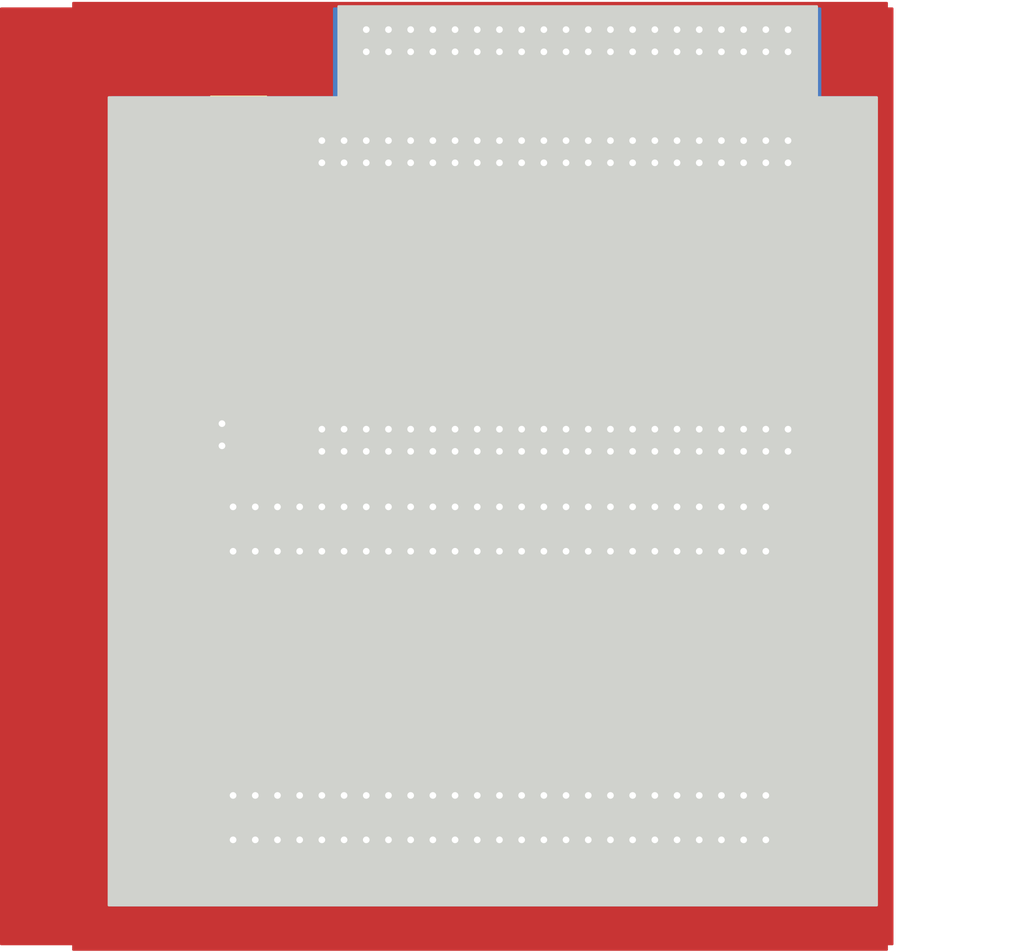
<source format=kicad_pcb>
(kicad_pcb (version 4) (host pcbnew 4.0.2-stable)
  (layers (0 F.Cu signal) (31 B.Cu signal) (34 B.Paste user) (35 F.Paste user) (36 B.SilkS user) (37 F.SilkS user) (38 B.Mask user) (39 F.Mask user) (44 Edge.Cuts user hide))
  (net 0 "")
  (net 1 /3V3)
  (net 2 /5V)
  (net 3 /RG02)
  (net 4 /RG03)
  (net 5 /GND)
  (net 6 /RG04)
  (net 7 /RG14)
  (net 8 /RG15)
  (net 9 /RG17)
  (net 10 /RG18)
  (net 11 /RG27)
  (net 12 /RG22)
  (net 13 /RG23)
  (net 14 /RG24)
  (net 15 /RG10)
  (net 16 /RG09)
  (net 17 /RG25)
  (net 18 /RG11)
  (net 19 /RG08)
  (net 20 /RG07)
  (net 21 /RG00)
  (net 22 /RG01)
  (net 23 /RG05)
  (net 24 /RG06)
  (net 25 /RG12)
  (net 26 /RG13)
  (net 27 /RG19)
  (net 28 /RG16)
  (net 29 /RG26)
  (net 30 /RG20)
  (net 31 /RG21)
  (net 32 /CS1)
  (net 33 /CS12)
  (net 34 /SLTSL1)
  (net 35 "Net-(P1-Pad5)")
  (net 36 /RFSH)
  (net 37 /WAIT)
  (net 38 /INT)
  (net 39 /M1)
  (net 40 /BUSDIR)
  (net 41 /IORQ)
  (net 42 /MERQ)
  (net 43 /WR)
  (net 44 /RD)
  (net 45 /RESET)
  (net 46 "Net-(P1-Pad16)")
  (net 47 /A9)
  (net 48 /A15)
  (net 49 /A11)
  (net 50 /A10)
  (net 51 /A7)
  (net 52 /A6)
  (net 53 /A12)
  (net 54 /A8)
  (net 55 /A14)
  (net 56 /A13)
  (net 57 /A1)
  (net 58 /A0)
  (net 59 /A3)
  (net 60 /A2)
  (net 61 /A5)
  (net 62 /A4)
  (net 63 /D1)
  (net 64 /D0)
  (net 65 /D3)
  (net 66 /D2)
  (net 67 /D5)
  (net 68 /D4)
  (net 69 /D7)
  (net 70 /D6)
  (net 71 /CLOCK)
  (net 72 /SW1)
  (net 73 /SW2)
  (net 74 /SNDIN1)
  (net 75 "Net-(P2-Pad5)")
  (net 76 "Net-(P2-Pad16)")
  (net 77 "Net-(U1-Pad35)")
  (net 78 "Net-(U1-Pad36)")
  (net 79 "Net-(U1-Pad37)")
  (net 80 "Net-(U1-Pad38)")
  (net 81 /SWOUT)
  (net 82 "Net-(U1-Pad78)")
  (net 83 /SLTSL2)
  (net 84 /CS2)
  (net 85 "Net-(U1-Pad31)")
  (net 86 "Net-(U1-Pad32)")
  (net 87 "Net-(U1-Pad33)")
  (net 88 "Net-(U1-Pad34)")
  (net 89 /+V12)
  (net 90 /-V12)
  (net 91 "Net-(D1-Pad2)")
  (net 92 "Net-(D1-Pad1)")
  (net 93 "Net-(D2-Pad2)")
  (net 94 "Net-(D2-Pad1)")
  (net 95 "Net-(D3-Pad2)")
  (net 96 "Net-(D3-Pad1)")
  (net 97 /D1_)
  (module MSX:RASPI_EXTENSION (layer F.Cu) (at 151.13 46.99)
    (fp_text reference J1 (at -1.27 3.81) (layer F.SilkS))
    (fp_text value RPi_GPIO)
    (pad 1 thru_hole circle (at 24.13 -1.27) (size 1.524 1.524) (drill 0.762) (layers *.Cu *.Mask F.SilkS) (net 1 /3V3))
    (pad 2 thru_hole circle (at 24.13 1.27) (size 1.524 1.524) (drill 0.762) (layers *.Cu *.Mask F.SilkS) (net 2 /5V))
    (pad 3 thru_hole circle (at 21.59 -1.27) (size 1.524 1.524) (drill 0.762) (layers *.Cu *.Mask F.SilkS) (net 3 /RG02))
    (pad 4 thru_hole circle (at 21.59 1.27) (size 1.524 1.524) (drill 0.762) (layers *.Cu *.Mask F.SilkS) (net 2 /5V))
    (pad 5 thru_hole circle (at 19.05 -1.27) (size 1.524 1.524) (drill 0.762) (layers *.Cu *.Mask F.SilkS) (net 4 /RG03))
    (pad 6 thru_hole circle (at 19.05 1.27) (size 1.524 1.524) (drill 0.762) (layers *.Cu *.Mask F.SilkS) (net 5 /GND))
    (pad 7 thru_hole circle (at 16.51 -1.27) (size 1.524 1.524) (drill 0.762) (layers *.Cu *.Mask F.SilkS) (net 6 /RG04))
    (pad 8 thru_hole circle (at 16.51 1.27) (size 1.524 1.524) (drill 0.762) (layers *.Cu *.Mask F.SilkS) (net 7 /RG14))
    (pad 9 thru_hole circle (at 13.97 -1.27) (size 1.524 1.524) (drill 0.762) (layers *.Cu *.Mask F.SilkS) (net 5 /GND))
    (pad 10 thru_hole circle (at 13.97 1.27) (size 1.524 1.524) (drill 0.762) (layers *.Cu *.Mask F.SilkS) (net 8 /RG15))
    (pad 11 thru_hole circle (at 11.43 -1.27) (size 1.524 1.524) (drill 0.762) (layers *.Cu *.Mask F.SilkS) (net 9 /RG17))
    (pad 12 thru_hole circle (at 11.43 1.27) (size 1.524 1.524) (drill 0.762) (layers *.Cu *.Mask F.SilkS) (net 10 /RG18))
    (pad 13 thru_hole circle (at 8.89 -1.27) (size 1.524 1.524) (drill 0.762) (layers *.Cu *.Mask F.SilkS) (net 11 /RG27))
    (pad 14 thru_hole circle (at 8.89 1.27) (size 1.524 1.524) (drill 0.762) (layers *.Cu *.Mask F.SilkS) (net 5 /GND))
    (pad 15 thru_hole circle (at 6.35 -1.27) (size 1.524 1.524) (drill 0.762) (layers *.Cu *.Mask F.SilkS) (net 12 /RG22))
    (pad 16 thru_hole circle (at 6.35 1.27) (size 1.524 1.524) (drill 0.762) (layers *.Cu *.Mask F.SilkS) (net 13 /RG23))
    (pad 17 thru_hole circle (at 3.81 -1.27) (size 1.524 1.524) (drill 0.762) (layers *.Cu *.Mask F.SilkS) (net 1 /3V3))
    (pad 18 thru_hole circle (at 3.81 1.27) (size 1.524 1.524) (drill 0.762) (layers *.Cu *.Mask F.SilkS) (net 14 /RG24))
    (pad 19 thru_hole circle (at 1.27 -1.27) (size 1.524 1.524) (drill 0.762) (layers *.Cu *.Mask F.SilkS) (net 15 /RG10))
    (pad 20 thru_hole circle (at 1.27 1.27) (size 1.524 1.524) (drill 0.762) (layers *.Cu *.Mask F.SilkS) (net 5 /GND))
    (pad 21 thru_hole circle (at -1.27 -1.27) (size 1.524 1.524) (drill 0.762) (layers *.Cu *.Mask F.SilkS) (net 16 /RG09))
    (pad 22 thru_hole circle (at -1.27 1.27) (size 1.524 1.524) (drill 0.762) (layers *.Cu *.Mask F.SilkS) (net 17 /RG25))
    (pad 23 thru_hole circle (at -3.81 -1.27) (size 1.524 1.524) (drill 0.762) (layers *.Cu *.Mask F.SilkS) (net 18 /RG11))
    (pad 24 thru_hole circle (at -3.81 1.27) (size 1.524 1.524) (drill 0.762) (layers *.Cu *.Mask F.SilkS) (net 19 /RG08))
    (pad 25 thru_hole circle (at -6.35 -1.27) (size 1.524 1.524) (drill 0.762) (layers *.Cu *.Mask F.SilkS) (net 5 /GND))
    (pad 26 thru_hole circle (at -6.35 1.27) (size 1.524 1.524) (drill 0.762) (layers *.Cu *.Mask F.SilkS) (net 20 /RG07))
    (pad 27 thru_hole circle (at -8.89 -1.27) (size 1.524 1.524) (drill 0.762) (layers *.Cu *.Mask F.SilkS) (net 21 /RG00))
    (pad 28 thru_hole circle (at -8.89 1.27) (size 1.524 1.524) (drill 0.762) (layers *.Cu *.Mask F.SilkS) (net 22 /RG01))
    (pad 29 thru_hole circle (at -11.43 -1.27) (size 1.524 1.524) (drill 0.762) (layers *.Cu *.Mask F.SilkS) (net 23 /RG05))
    (pad 30 thru_hole circle (at -11.43 1.27) (size 1.524 1.524) (drill 0.762) (layers *.Cu *.Mask F.SilkS) (net 5 /GND))
    (pad 31 thru_hole circle (at -13.97 -1.27) (size 1.524 1.524) (drill 0.762) (layers *.Cu *.Mask F.SilkS) (net 24 /RG06))
    (pad 32 thru_hole circle (at -13.97 1.27) (size 1.524 1.524) (drill 0.762) (layers *.Cu *.Mask F.SilkS) (net 25 /RG12))
    (pad 33 thru_hole circle (at -16.51 -1.27) (size 1.524 1.524) (drill 0.762) (layers *.Cu *.Mask F.SilkS) (net 26 /RG13))
    (pad 34 thru_hole circle (at -16.51 1.27) (size 1.524 1.524) (drill 0.762) (layers *.Cu *.Mask F.SilkS) (net 5 /GND))
    (pad 35 thru_hole circle (at -19.05 -1.27) (size 1.524 1.524) (drill 0.762) (layers *.Cu *.Mask F.SilkS) (net 27 /RG19))
    (pad 36 thru_hole circle (at -19.05 1.27) (size 1.524 1.524) (drill 0.762) (layers *.Cu *.Mask F.SilkS) (net 28 /RG16))
    (pad 37 thru_hole circle (at -21.59 -1.27) (size 1.524 1.524) (drill 0.762) (layers *.Cu *.Mask F.SilkS) (net 29 /RG26))
    (pad 38 thru_hole circle (at -21.59 1.27) (size 1.524 1.524) (drill 0.762) (layers *.Cu *.Mask F.SilkS) (net 30 /RG20))
    (pad 39 thru_hole circle (at -24.13 -1.27) (size 1.524 1.524) (drill 0.762) (layers *.Cu *.Mask F.SilkS) (net 5 /GND))
    (pad 40 thru_hole circle (at -24.13 1.27) (size 1.524 1.524) (drill 0.762) (layers *.Cu *.Mask F.SilkS) (net 31 /RG21))
  )
  (module MSX:MSX_SLOT (layer F.Cu) (at 143.51 135.89)
    (fp_text reference P1 (at 0 0) (layer F.SilkS))
    (fp_text value MSX_SLOT)
    (pad 1 thru_hole circle (at 29.21 -2.54) (size 1.524 1.524) (drill 0.762) (layers *.Cu *.Mask F.SilkS) (net 32 /CS1))
    (pad 2 thru_hole circle (at 29.21 2.54) (size 1.524 1.524) (drill 0.762) (layers *.Cu *.Mask F.SilkS) (net 84 /CS2))
    (pad 3 thru_hole circle (at 26.67 -2.54) (size 1.524 1.524) (drill 0.762) (layers *.Cu *.Mask F.SilkS) (net 33 /CS12))
    (pad 4 thru_hole circle (at 26.67 2.54) (size 1.524 1.524) (drill 0.762) (layers *.Cu *.Mask F.SilkS) (net 34 /SLTSL1))
    (pad 5 thru_hole circle (at 24.13 -2.54) (size 1.524 1.524) (drill 0.762) (layers *.Cu *.Mask F.SilkS) (net 35 "Net-(P1-Pad5)"))
    (pad 6 thru_hole circle (at 24.13 2.54) (size 1.524 1.524) (drill 0.762) (layers *.Cu *.Mask F.SilkS) (net 36 /RFSH))
    (pad 7 thru_hole circle (at 21.59 -2.54) (size 1.524 1.524) (drill 0.762) (layers *.Cu *.Mask F.SilkS) (net 37 /WAIT))
    (pad 8 thru_hole circle (at 21.59 2.54) (size 1.524 1.524) (drill 0.762) (layers *.Cu *.Mask F.SilkS) (net 38 /INT))
    (pad 9 thru_hole circle (at 19.05 -2.54) (size 1.524 1.524) (drill 0.762) (layers *.Cu *.Mask F.SilkS) (net 39 /M1))
    (pad 10 thru_hole circle (at 19.05 2.54) (size 1.524 1.524) (drill 0.762) (layers *.Cu *.Mask F.SilkS) (net 40 /BUSDIR))
    (pad 11 thru_hole circle (at 16.51 -2.54) (size 1.524 1.524) (drill 0.762) (layers *.Cu *.Mask F.SilkS) (net 41 /IORQ))
    (pad 12 thru_hole circle (at 16.51 2.54) (size 1.524 1.524) (drill 0.762) (layers *.Cu *.Mask F.SilkS) (net 42 /MERQ))
    (pad 13 thru_hole circle (at 13.97 -2.54) (size 1.524 1.524) (drill 0.762) (layers *.Cu *.Mask F.SilkS) (net 43 /WR))
    (pad 14 thru_hole circle (at 13.97 2.54) (size 1.524 1.524) (drill 0.762) (layers *.Cu *.Mask F.SilkS) (net 44 /RD))
    (pad 15 thru_hole circle (at 11.43 -2.54) (size 1.524 1.524) (drill 0.762) (layers *.Cu *.Mask F.SilkS) (net 45 /RESET))
    (pad 16 thru_hole circle (at 11.43 2.54) (size 1.524 1.524) (drill 0.762) (layers *.Cu *.Mask F.SilkS) (net 46 "Net-(P1-Pad16)"))
    (pad 17 thru_hole circle (at 8.89 -2.54) (size 1.524 1.524) (drill 0.762) (layers *.Cu *.Mask F.SilkS) (net 47 /A9))
    (pad 18 thru_hole circle (at 8.89 2.54) (size 1.524 1.524) (drill 0.762) (layers *.Cu *.Mask F.SilkS) (net 48 /A15))
    (pad 19 thru_hole circle (at 6.35 -2.54) (size 1.524 1.524) (drill 0.762) (layers *.Cu *.Mask F.SilkS) (net 49 /A11))
    (pad 20 thru_hole circle (at 6.35 2.54) (size 1.524 1.524) (drill 0.762) (layers *.Cu *.Mask F.SilkS) (net 50 /A10))
    (pad 21 thru_hole circle (at 3.81 -2.54) (size 1.524 1.524) (drill 0.762) (layers *.Cu *.Mask F.SilkS) (net 51 /A7))
    (pad 22 thru_hole circle (at 3.81 2.54) (size 1.524 1.524) (drill 0.762) (layers *.Cu *.Mask F.SilkS) (net 52 /A6))
    (pad 23 thru_hole circle (at 1.27 -2.54) (size 1.524 1.524) (drill 0.762) (layers *.Cu *.Mask F.SilkS) (net 53 /A12))
    (pad 24 thru_hole circle (at 1.27 2.54) (size 1.524 1.524) (drill 0.762) (layers *.Cu *.Mask F.SilkS) (net 54 /A8))
    (pad 25 thru_hole circle (at -1.27 -2.54) (size 1.524 1.524) (drill 0.762) (layers *.Cu *.Mask F.SilkS) (net 55 /A14))
    (pad 26 thru_hole circle (at -1.27 2.54) (size 1.524 1.524) (drill 0.762) (layers *.Cu *.Mask F.SilkS) (net 56 /A13))
    (pad 27 thru_hole circle (at -3.81 -2.54) (size 1.524 1.524) (drill 0.762) (layers *.Cu *.Mask F.SilkS) (net 57 /A1))
    (pad 28 thru_hole circle (at -3.81 2.54) (size 1.524 1.524) (drill 0.762) (layers *.Cu *.Mask F.SilkS) (net 58 /A0))
    (pad 29 thru_hole circle (at -6.35 -2.54) (size 1.524 1.524) (drill 0.762) (layers *.Cu *.Mask F.SilkS) (net 59 /A3))
    (pad 30 thru_hole circle (at -6.35 2.54) (size 1.524 1.524) (drill 0.762) (layers *.Cu *.Mask F.SilkS) (net 60 /A2))
    (pad 31 thru_hole circle (at -8.89 -2.54) (size 1.524 1.524) (drill 0.762) (layers *.Cu *.Mask F.SilkS) (net 61 /A5))
    (pad 32 thru_hole circle (at -8.89 2.54) (size 1.524 1.524) (drill 0.762) (layers *.Cu *.Mask F.SilkS) (net 62 /A4))
    (pad 33 thru_hole circle (at -11.43 -2.54) (size 1.524 1.524) (drill 0.762) (layers *.Cu *.Mask F.SilkS) (net 63 /D1))
    (pad 34 thru_hole circle (at -11.43 2.54) (size 1.524 1.524) (drill 0.762) (layers *.Cu *.Mask F.SilkS) (net 64 /D0))
    (pad 35 thru_hole circle (at -13.97 -2.54) (size 1.524 1.524) (drill 0.762) (layers *.Cu *.Mask F.SilkS) (net 65 /D3))
    (pad 36 thru_hole circle (at -13.97 2.54) (size 1.524 1.524) (drill 0.762) (layers *.Cu *.Mask F.SilkS) (net 66 /D2))
    (pad 37 thru_hole circle (at -16.51 -2.54) (size 1.524 1.524) (drill 0.762) (layers *.Cu *.Mask F.SilkS) (net 67 /D5))
    (pad 38 thru_hole circle (at -16.51 2.54) (size 1.524 1.524) (drill 0.762) (layers *.Cu *.Mask F.SilkS) (net 68 /D4))
    (pad 39 thru_hole circle (at -19.05 -2.54) (size 1.524 1.524) (drill 0.762) (layers *.Cu *.Mask F.SilkS) (net 69 /D7))
    (pad 40 thru_hole circle (at -19.05 2.54) (size 1.524 1.524) (drill 0.762) (layers *.Cu *.Mask F.SilkS) (net 70 /D6))
    (pad 41 thru_hole circle (at -21.59 -2.54) (size 1.524 1.524) (drill 0.762) (layers *.Cu *.Mask F.SilkS) (net 5 /GND))
    (pad 42 thru_hole circle (at -21.59 2.54) (size 1.524 1.524) (drill 0.762) (layers *.Cu *.Mask F.SilkS) (net 71 /CLOCK))
    (pad 43 thru_hole circle (at -24.13 -2.54) (size 1.524 1.524) (drill 0.762) (layers *.Cu *.Mask F.SilkS) (net 5 /GND))
    (pad 44 thru_hole circle (at -24.13 2.54) (size 1.524 1.524) (drill 0.762) (layers *.Cu *.Mask F.SilkS) (net 81 /SWOUT))
    (pad 45 thru_hole circle (at -26.67 -2.54) (size 1.524 1.524) (drill 0.762) (layers *.Cu *.Mask F.SilkS) (net 2 /5V))
    (pad 46 thru_hole circle (at -26.67 2.54) (size 1.524 1.524) (drill 0.762) (layers *.Cu *.Mask F.SilkS) (net 72 /SW1))
    (pad 47 thru_hole circle (at -29.21 -2.54) (size 1.524 1.524) (drill 0.762) (layers *.Cu *.Mask F.SilkS) (net 2 /5V))
    (pad 48 thru_hole circle (at -29.21 2.54) (size 1.524 1.524) (drill 0.762) (layers *.Cu *.Mask F.SilkS) (net 89 /+V12))
    (pad 49 thru_hole circle (at -31.75 -2.54) (size 1.524 1.524) (drill 0.762) (layers *.Cu *.Mask F.SilkS) (net 74 /SNDIN1))
    (pad 50 thru_hole circle (at -31.75 2.54) (size 1.524 1.524) (drill 0.762) (layers *.Cu *.Mask F.SilkS) (net 90 /-V12))
  )
  (module MSX:MSX_SLOT (layer F.Cu) (at 143.51 102.87)
    (fp_text reference P2 (at 0 0) (layer F.SilkS))
    (fp_text value MSX_SLOT)
    (pad 1 thru_hole circle (at 29.21 -2.54) (size 1.524 1.524) (drill 0.762) (layers *.Cu *.Mask F.SilkS) (net 32 /CS1))
    (pad 2 thru_hole circle (at 29.21 2.54) (size 1.524 1.524) (drill 0.762) (layers *.Cu *.Mask F.SilkS) (net 84 /CS2))
    (pad 3 thru_hole circle (at 26.67 -2.54) (size 1.524 1.524) (drill 0.762) (layers *.Cu *.Mask F.SilkS) (net 33 /CS12))
    (pad 4 thru_hole circle (at 26.67 2.54) (size 1.524 1.524) (drill 0.762) (layers *.Cu *.Mask F.SilkS) (net 83 /SLTSL2))
    (pad 5 thru_hole circle (at 24.13 -2.54) (size 1.524 1.524) (drill 0.762) (layers *.Cu *.Mask F.SilkS) (net 75 "Net-(P2-Pad5)"))
    (pad 6 thru_hole circle (at 24.13 2.54) (size 1.524 1.524) (drill 0.762) (layers *.Cu *.Mask F.SilkS) (net 36 /RFSH))
    (pad 7 thru_hole circle (at 21.59 -2.54) (size 1.524 1.524) (drill 0.762) (layers *.Cu *.Mask F.SilkS) (net 37 /WAIT))
    (pad 8 thru_hole circle (at 21.59 2.54) (size 1.524 1.524) (drill 0.762) (layers *.Cu *.Mask F.SilkS) (net 38 /INT))
    (pad 9 thru_hole circle (at 19.05 -2.54) (size 1.524 1.524) (drill 0.762) (layers *.Cu *.Mask F.SilkS) (net 39 /M1))
    (pad 10 thru_hole circle (at 19.05 2.54) (size 1.524 1.524) (drill 0.762) (layers *.Cu *.Mask F.SilkS) (net 40 /BUSDIR))
    (pad 11 thru_hole circle (at 16.51 -2.54) (size 1.524 1.524) (drill 0.762) (layers *.Cu *.Mask F.SilkS) (net 41 /IORQ))
    (pad 12 thru_hole circle (at 16.51 2.54) (size 1.524 1.524) (drill 0.762) (layers *.Cu *.Mask F.SilkS) (net 42 /MERQ))
    (pad 13 thru_hole circle (at 13.97 -2.54) (size 1.524 1.524) (drill 0.762) (layers *.Cu *.Mask F.SilkS) (net 43 /WR))
    (pad 14 thru_hole circle (at 13.97 2.54) (size 1.524 1.524) (drill 0.762) (layers *.Cu *.Mask F.SilkS) (net 44 /RD))
    (pad 15 thru_hole circle (at 11.43 -2.54) (size 1.524 1.524) (drill 0.762) (layers *.Cu *.Mask F.SilkS) (net 45 /RESET))
    (pad 16 thru_hole circle (at 11.43 2.54) (size 1.524 1.524) (drill 0.762) (layers *.Cu *.Mask F.SilkS) (net 76 "Net-(P2-Pad16)"))
    (pad 17 thru_hole circle (at 8.89 -2.54) (size 1.524 1.524) (drill 0.762) (layers *.Cu *.Mask F.SilkS) (net 47 /A9))
    (pad 18 thru_hole circle (at 8.89 2.54) (size 1.524 1.524) (drill 0.762) (layers *.Cu *.Mask F.SilkS) (net 48 /A15))
    (pad 19 thru_hole circle (at 6.35 -2.54) (size 1.524 1.524) (drill 0.762) (layers *.Cu *.Mask F.SilkS) (net 49 /A11))
    (pad 20 thru_hole circle (at 6.35 2.54) (size 1.524 1.524) (drill 0.762) (layers *.Cu *.Mask F.SilkS) (net 50 /A10))
    (pad 21 thru_hole circle (at 3.81 -2.54) (size 1.524 1.524) (drill 0.762) (layers *.Cu *.Mask F.SilkS) (net 51 /A7))
    (pad 22 thru_hole circle (at 3.81 2.54) (size 1.524 1.524) (drill 0.762) (layers *.Cu *.Mask F.SilkS) (net 52 /A6))
    (pad 23 thru_hole circle (at 1.27 -2.54) (size 1.524 1.524) (drill 0.762) (layers *.Cu *.Mask F.SilkS) (net 53 /A12))
    (pad 24 thru_hole circle (at 1.27 2.54) (size 1.524 1.524) (drill 0.762) (layers *.Cu *.Mask F.SilkS) (net 54 /A8))
    (pad 25 thru_hole circle (at -1.27 -2.54) (size 1.524 1.524) (drill 0.762) (layers *.Cu *.Mask F.SilkS) (net 55 /A14))
    (pad 26 thru_hole circle (at -1.27 2.54) (size 1.524 1.524) (drill 0.762) (layers *.Cu *.Mask F.SilkS) (net 56 /A13))
    (pad 27 thru_hole circle (at -3.81 -2.54) (size 1.524 1.524) (drill 0.762) (layers *.Cu *.Mask F.SilkS) (net 57 /A1))
    (pad 28 thru_hole circle (at -3.81 2.54) (size 1.524 1.524) (drill 0.762) (layers *.Cu *.Mask F.SilkS) (net 58 /A0))
    (pad 29 thru_hole circle (at -6.35 -2.54) (size 1.524 1.524) (drill 0.762) (layers *.Cu *.Mask F.SilkS) (net 59 /A3))
    (pad 30 thru_hole circle (at -6.35 2.54) (size 1.524 1.524) (drill 0.762) (layers *.Cu *.Mask F.SilkS) (net 60 /A2))
    (pad 31 thru_hole circle (at -8.89 -2.54) (size 1.524 1.524) (drill 0.762) (layers *.Cu *.Mask F.SilkS) (net 61 /A5))
    (pad 32 thru_hole circle (at -8.89 2.54) (size 1.524 1.524) (drill 0.762) (layers *.Cu *.Mask F.SilkS) (net 62 /A4))
    (pad 33 thru_hole circle (at -11.43 -2.54) (size 1.524 1.524) (drill 0.762) (layers *.Cu *.Mask F.SilkS) (net 63 /D1))
    (pad 34 thru_hole circle (at -11.43 2.54) (size 1.524 1.524) (drill 0.762) (layers *.Cu *.Mask F.SilkS) (net 64 /D0))
    (pad 35 thru_hole circle (at -13.97 -2.54) (size 1.524 1.524) (drill 0.762) (layers *.Cu *.Mask F.SilkS) (net 65 /D3))
    (pad 36 thru_hole circle (at -13.97 2.54) (size 1.524 1.524) (drill 0.762) (layers *.Cu *.Mask F.SilkS) (net 66 /D2))
    (pad 37 thru_hole circle (at -16.51 -2.54) (size 1.524 1.524) (drill 0.762) (layers *.Cu *.Mask F.SilkS) (net 67 /D5))
    (pad 38 thru_hole circle (at -16.51 2.54) (size 1.524 1.524) (drill 0.762) (layers *.Cu *.Mask F.SilkS) (net 68 /D4))
    (pad 39 thru_hole circle (at -19.05 -2.54) (size 1.524 1.524) (drill 0.762) (layers *.Cu *.Mask F.SilkS) (net 69 /D7))
    (pad 40 thru_hole circle (at -19.05 2.54) (size 1.524 1.524) (drill 0.762) (layers *.Cu *.Mask F.SilkS) (net 70 /D6))
    (pad 41 thru_hole circle (at -21.59 -2.54) (size 1.524 1.524) (drill 0.762) (layers *.Cu *.Mask F.SilkS) (net 5 /GND))
    (pad 42 thru_hole circle (at -21.59 2.54) (size 1.524 1.524) (drill 0.762) (layers *.Cu *.Mask F.SilkS) (net 71 /CLOCK))
    (pad 43 thru_hole circle (at -24.13 -2.54) (size 1.524 1.524) (drill 0.762) (layers *.Cu *.Mask F.SilkS) (net 5 /GND))
    (pad 44 thru_hole circle (at -24.13 2.54) (size 1.524 1.524) (drill 0.762) (layers *.Cu *.Mask F.SilkS) (net 81 /SWOUT))
    (pad 45 thru_hole circle (at -26.67 -2.54) (size 1.524 1.524) (drill 0.762) (layers *.Cu *.Mask F.SilkS) (net 2 /5V))
    (pad 46 thru_hole circle (at -26.67 2.54) (size 1.524 1.524) (drill 0.762) (layers *.Cu *.Mask F.SilkS) (net 73 /SW2))
    (pad 47 thru_hole circle (at -29.21 -2.54) (size 1.524 1.524) (drill 0.762) (layers *.Cu *.Mask F.SilkS) (net 2 /5V))
    (pad 48 thru_hole circle (at -29.21 2.54) (size 1.524 1.524) (drill 0.762) (layers *.Cu *.Mask F.SilkS) (net 89 /+V12))
    (pad 49 thru_hole circle (at -31.75 -2.54) (size 1.524 1.524) (drill 0.762) (layers *.Cu *.Mask F.SilkS) (net 74 /SNDIN1))
    (pad 50 thru_hole circle (at -31.75 2.54) (size 1.524 1.524) (drill 0.762) (layers *.Cu *.Mask F.SilkS) (net 90 /-V12))
  )
  (module MSX:cldc88pin (layer F.Cu) (at 147.32 78.74)
    (fp_text reference U1 (at 0 -12.7) (layer F.SilkS))
    (fp_text value CPLD)
    (pad 1 thru_hole circle (at 27.94 -20.32) (size 1.524 1.524) (drill 0.762) (layers *.Cu *.Mask F.SilkS) (net 5 /GND))
    (pad 2 thru_hole circle (at 27.94 -17.78) (size 1.524 1.524) (drill 0.762) (layers *.Cu *.Mask F.SilkS) (net 5 /GND))
    (pad 3 thru_hole circle (at 25.4 -20.32) (size 1.524 1.524) (drill 0.762) (layers *.Cu *.Mask F.SilkS) (net 3 /RG02))
    (pad 4 thru_hole circle (at 25.4 -17.78) (size 1.524 1.524) (drill 0.762) (layers *.Cu *.Mask F.SilkS) (net 4 /RG03))
    (pad 5 thru_hole circle (at 22.86 -20.32) (size 1.524 1.524) (drill 0.762) (layers *.Cu *.Mask F.SilkS) (net 7 /RG14))
    (pad 6 thru_hole circle (at 22.86 -17.78) (size 1.524 1.524) (drill 0.762) (layers *.Cu *.Mask F.SilkS) (net 6 /RG04))
    (pad 7 thru_hole circle (at 20.32 -20.32) (size 1.524 1.524) (drill 0.762) (layers *.Cu *.Mask F.SilkS) (net 8 /RG15))
    (pad 8 thru_hole circle (at 20.32 -17.78) (size 1.524 1.524) (drill 0.762) (layers *.Cu *.Mask F.SilkS) (net 9 /RG17))
    (pad 9 thru_hole circle (at 17.78 -20.32) (size 1.524 1.524) (drill 0.762) (layers *.Cu *.Mask F.SilkS) (net 10 /RG18))
    (pad 10 thru_hole circle (at 17.78 -17.78) (size 1.524 1.524) (drill 0.762) (layers *.Cu *.Mask F.SilkS) (net 11 /RG27))
    (pad 11 thru_hole circle (at 15.24 -20.32) (size 1.524 1.524) (drill 0.762) (layers *.Cu *.Mask F.SilkS) (net 12 /RG22))
    (pad 12 thru_hole circle (at 15.24 -17.78) (size 1.524 1.524) (drill 0.762) (layers *.Cu *.Mask F.SilkS) (net 13 /RG23))
    (pad 13 thru_hole circle (at 12.7 -20.32) (size 1.524 1.524) (drill 0.762) (layers *.Cu *.Mask F.SilkS) (net 14 /RG24))
    (pad 14 thru_hole circle (at 12.7 -17.78) (size 1.524 1.524) (drill 0.762) (layers *.Cu *.Mask F.SilkS) (net 15 /RG10))
    (pad 15 thru_hole circle (at 10.16 -20.32) (size 1.524 1.524) (drill 0.762) (layers *.Cu *.Mask F.SilkS) (net 16 /RG09))
    (pad 16 thru_hole circle (at 10.16 -17.78) (size 1.524 1.524) (drill 0.762) (layers *.Cu *.Mask F.SilkS) (net 17 /RG25))
    (pad 17 thru_hole circle (at 7.62 -20.32) (size 1.524 1.524) (drill 0.762) (layers *.Cu *.Mask F.SilkS) (net 18 /RG11))
    (pad 18 thru_hole circle (at 7.62 -17.78) (size 1.524 1.524) (drill 0.762) (layers *.Cu *.Mask F.SilkS) (net 19 /RG08))
    (pad 19 thru_hole circle (at 5.08 -20.32) (size 1.524 1.524) (drill 0.762) (layers *.Cu *.Mask F.SilkS) (net 20 /RG07))
    (pad 20 thru_hole circle (at 5.08 -17.78) (size 1.524 1.524) (drill 0.762) (layers *.Cu *.Mask F.SilkS) (net 21 /RG00))
    (pad 21 thru_hole circle (at 2.54 -20.32) (size 1.524 1.524) (drill 0.762) (layers *.Cu *.Mask F.SilkS) (net 22 /RG01))
    (pad 22 thru_hole circle (at 2.54 -17.78) (size 1.524 1.524) (drill 0.762) (layers *.Cu *.Mask F.SilkS) (net 23 /RG05))
    (pad 23 thru_hole circle (at 0 -20.32) (size 1.524 1.524) (drill 0.762) (layers *.Cu *.Mask F.SilkS) (net 24 /RG06))
    (pad 24 thru_hole circle (at 0 -17.78) (size 1.524 1.524) (drill 0.762) (layers *.Cu *.Mask F.SilkS) (net 25 /RG12))
    (pad 25 thru_hole circle (at -2.54 -20.32) (size 1.524 1.524) (drill 0.762) (layers *.Cu *.Mask F.SilkS) (net 26 /RG13))
    (pad 26 thru_hole circle (at -2.54 -17.78) (size 1.524 1.524) (drill 0.762) (layers *.Cu *.Mask F.SilkS) (net 27 /RG19))
    (pad 27 thru_hole circle (at -5.08 -20.32) (size 1.524 1.524) (drill 0.762) (layers *.Cu *.Mask F.SilkS) (net 28 /RG16))
    (pad 28 thru_hole circle (at -5.08 -17.78) (size 1.524 1.524) (drill 0.762) (layers *.Cu *.Mask F.SilkS) (net 29 /RG26))
    (pad 29 thru_hole circle (at -7.62 -20.32) (size 1.524 1.524) (drill 0.762) (layers *.Cu *.Mask F.SilkS) (net 30 /RG20))
    (pad 30 thru_hole circle (at -7.62 -17.78) (size 1.524 1.524) (drill 0.762) (layers *.Cu *.Mask F.SilkS) (net 31 /RG21))
    (pad 31 thru_hole circle (at -10.16 -20.32) (size 1.524 1.524) (drill 0.762) (layers *.Cu *.Mask F.SilkS) (net 85 "Net-(U1-Pad31)"))
    (pad 32 thru_hole circle (at -10.16 -17.78) (size 1.524 1.524) (drill 0.762) (layers *.Cu *.Mask F.SilkS) (net 86 "Net-(U1-Pad32)"))
    (pad 33 thru_hole circle (at -12.7 -20.32) (size 1.524 1.524) (drill 0.762) (layers *.Cu *.Mask F.SilkS) (net 87 "Net-(U1-Pad33)"))
    (pad 34 thru_hole circle (at -12.7 -17.78) (size 1.524 1.524) (drill 0.762) (layers *.Cu *.Mask F.SilkS) (net 88 "Net-(U1-Pad34)"))
    (pad 35 thru_hole circle (at -15.24 -20.32) (size 1.524 1.524) (drill 0.762) (layers *.Cu *.Mask F.SilkS) (net 77 "Net-(U1-Pad35)"))
    (pad 36 thru_hole circle (at -15.24 -17.78) (size 1.524 1.524) (drill 0.762) (layers *.Cu *.Mask F.SilkS) (net 78 "Net-(U1-Pad36)"))
    (pad 37 thru_hole circle (at -17.78 -20.32) (size 1.524 1.524) (drill 0.762) (layers *.Cu *.Mask F.SilkS) (net 79 "Net-(U1-Pad37)"))
    (pad 38 thru_hole circle (at -17.78 -17.78) (size 1.524 1.524) (drill 0.762) (layers *.Cu *.Mask F.SilkS) (net 80 "Net-(U1-Pad38)"))
    (pad 39 thru_hole circle (at -20.32 -20.32) (size 1.524 1.524) (drill 0.762) (layers *.Cu *.Mask F.SilkS) (net 81 /SWOUT))
    (pad 40 thru_hole circle (at -20.32 -17.78) (size 1.524 1.524) (drill 0.762) (layers *.Cu *.Mask F.SilkS) (net 71 /CLOCK))
    (pad 41 thru_hole circle (at -22.86 -20.32) (size 1.524 1.524) (drill 0.762) (layers *.Cu *.Mask F.SilkS) (net 73 /SW2))
    (pad 42 thru_hole circle (at -22.86 -17.78) (size 1.524 1.524) (drill 0.762) (layers *.Cu *.Mask F.SilkS) (net 72 /SW1))
    (pad 43 thru_hole circle (at -25.4 -20.32) (size 1.524 1.524) (drill 0.762) (layers *.Cu *.Mask F.SilkS) (net 1 /3V3))
    (pad 44 thru_hole circle (at -25.4 -17.78) (size 1.524 1.524) (drill 0.762) (layers *.Cu *.Mask F.SilkS) (net 5 /GND))
    (pad 45 thru_hole circle (at -25.4 15.24) (size 1.524 1.524) (drill 0.762) (layers *.Cu *.Mask F.SilkS) (net 5 /GND))
    (pad 46 thru_hole circle (at -25.4 12.7) (size 1.524 1.524) (drill 0.762) (layers *.Cu *.Mask F.SilkS) (net 1 /3V3))
    (pad 47 thru_hole circle (at -22.86 15.24) (size 1.524 1.524) (drill 0.762) (layers *.Cu *.Mask F.SilkS) (net 70 /D6))
    (pad 48 thru_hole circle (at -22.86 12.7) (size 1.524 1.524) (drill 0.762) (layers *.Cu *.Mask F.SilkS) (net 69 /D7))
    (pad 49 thru_hole circle (at -20.32 15.24) (size 1.524 1.524) (drill 0.762) (layers *.Cu *.Mask F.SilkS) (net 68 /D4))
    (pad 50 thru_hole circle (at -20.32 12.7) (size 1.524 1.524) (drill 0.762) (layers *.Cu *.Mask F.SilkS) (net 67 /D5))
    (pad 51 thru_hole circle (at -17.78 15.24) (size 1.524 1.524) (drill 0.762) (layers *.Cu *.Mask F.SilkS) (net 66 /D2))
    (pad 52 thru_hole circle (at -17.78 12.7) (size 1.524 1.524) (drill 0.762) (layers *.Cu *.Mask F.SilkS) (net 65 /D3))
    (pad 53 thru_hole circle (at -15.24 15.24) (size 1.524 1.524) (drill 0.762) (layers *.Cu *.Mask F.SilkS) (net 64 /D0))
    (pad 54 thru_hole circle (at -15.24 12.7) (size 1.524 1.524) (drill 0.762) (layers *.Cu *.Mask F.SilkS) (net 97 /D1_))
    (pad 55 thru_hole circle (at -12.7 15.24) (size 1.524 1.524) (drill 0.762) (layers *.Cu *.Mask F.SilkS) (net 62 /A4))
    (pad 56 thru_hole circle (at -12.7 12.7) (size 1.524 1.524) (drill 0.762) (layers *.Cu *.Mask F.SilkS) (net 61 /A5))
    (pad 57 thru_hole circle (at -10.16 15.24) (size 1.524 1.524) (drill 0.762) (layers *.Cu *.Mask F.SilkS) (net 60 /A2))
    (pad 58 thru_hole circle (at -10.16 12.7) (size 1.524 1.524) (drill 0.762) (layers *.Cu *.Mask F.SilkS) (net 59 /A3))
    (pad 59 thru_hole circle (at -7.62 15.24) (size 1.524 1.524) (drill 0.762) (layers *.Cu *.Mask F.SilkS) (net 58 /A0))
    (pad 60 thru_hole circle (at -7.62 12.7) (size 1.524 1.524) (drill 0.762) (layers *.Cu *.Mask F.SilkS) (net 57 /A1))
    (pad 61 thru_hole circle (at -5.08 15.24) (size 1.524 1.524) (drill 0.762) (layers *.Cu *.Mask F.SilkS) (net 56 /A13))
    (pad 62 thru_hole circle (at -5.08 12.7) (size 1.524 1.524) (drill 0.762) (layers *.Cu *.Mask F.SilkS) (net 55 /A14))
    (pad 63 thru_hole circle (at -2.54 15.24) (size 1.524 1.524) (drill 0.762) (layers *.Cu *.Mask F.SilkS) (net 54 /A8))
    (pad 64 thru_hole circle (at -2.54 12.7) (size 1.524 1.524) (drill 0.762) (layers *.Cu *.Mask F.SilkS) (net 53 /A12))
    (pad 65 thru_hole circle (at 0 15.24) (size 1.524 1.524) (drill 0.762) (layers *.Cu *.Mask F.SilkS) (net 52 /A6))
    (pad 66 thru_hole circle (at 0 12.7) (size 1.524 1.524) (drill 0.762) (layers *.Cu *.Mask F.SilkS) (net 51 /A7))
    (pad 67 thru_hole circle (at 2.54 15.24) (size 1.524 1.524) (drill 0.762) (layers *.Cu *.Mask F.SilkS) (net 50 /A10))
    (pad 68 thru_hole circle (at 2.54 12.7) (size 1.524 1.524) (drill 0.762) (layers *.Cu *.Mask F.SilkS) (net 49 /A11))
    (pad 69 thru_hole circle (at 5.08 15.24) (size 1.524 1.524) (drill 0.762) (layers *.Cu *.Mask F.SilkS) (net 48 /A15))
    (pad 70 thru_hole circle (at 5.08 12.7) (size 1.524 1.524) (drill 0.762) (layers *.Cu *.Mask F.SilkS) (net 47 /A9))
    (pad 71 thru_hole circle (at 7.62 15.24) (size 1.524 1.524) (drill 0.762) (layers *.Cu *.Mask F.SilkS) (net 45 /RESET))
    (pad 72 thru_hole circle (at 7.62 12.7) (size 1.524 1.524) (drill 0.762) (layers *.Cu *.Mask F.SilkS) (net 44 /RD))
    (pad 73 thru_hole circle (at 10.16 15.24) (size 1.524 1.524) (drill 0.762) (layers *.Cu *.Mask F.SilkS) (net 43 /WR))
    (pad 74 thru_hole circle (at 10.16 12.7) (size 1.524 1.524) (drill 0.762) (layers *.Cu *.Mask F.SilkS) (net 42 /MERQ))
    (pad 75 thru_hole circle (at 12.7 15.24) (size 1.524 1.524) (drill 0.762) (layers *.Cu *.Mask F.SilkS) (net 41 /IORQ))
    (pad 76 thru_hole circle (at 12.7 12.7) (size 1.524 1.524) (drill 0.762) (layers *.Cu *.Mask F.SilkS) (net 40 /BUSDIR))
    (pad 77 thru_hole circle (at 15.24 15.24) (size 1.524 1.524) (drill 0.762) (layers *.Cu *.Mask F.SilkS) (net 39 /M1))
    (pad 78 thru_hole circle (at 15.24 12.7) (size 1.524 1.524) (drill 0.762) (layers *.Cu *.Mask F.SilkS) (net 82 "Net-(U1-Pad78)"))
    (pad 79 thru_hole circle (at 17.78 15.24) (size 1.524 1.524) (drill 0.762) (layers *.Cu *.Mask F.SilkS) (net 38 /INT))
    (pad 80 thru_hole circle (at 17.78 12.7) (size 1.524 1.524) (drill 0.762) (layers *.Cu *.Mask F.SilkS) (net 37 /WAIT))
    (pad 81 thru_hole circle (at 20.32 15.24) (size 1.524 1.524) (drill 0.762) (layers *.Cu *.Mask F.SilkS) (net 36 /RFSH))
    (pad 82 thru_hole circle (at 20.32 12.7) (size 1.524 1.524) (drill 0.762) (layers *.Cu *.Mask F.SilkS) (net 33 /CS12))
    (pad 83 thru_hole circle (at 22.86 15.24) (size 1.524 1.524) (drill 0.762) (layers *.Cu *.Mask F.SilkS) (net 83 /SLTSL2))
    (pad 84 thru_hole circle (at 22.86 12.7) (size 1.524 1.524) (drill 0.762) (layers *.Cu *.Mask F.SilkS) (net 32 /CS1))
    (pad 85 thru_hole circle (at 25.4 15.24) (size 1.524 1.524) (drill 0.762) (layers *.Cu *.Mask F.SilkS) (net 84 /CS2))
    (pad 86 thru_hole circle (at 25.4 12.7) (size 1.524 1.524) (drill 0.762) (layers *.Cu *.Mask F.SilkS) (net 34 /SLTSL1))
    (pad 87 thru_hole circle (at 27.94 15.24) (size 1.524 1.524) (drill 0.762) (layers *.Cu *.Mask F.SilkS) (net 5 /GND))
    (pad 88 thru_hole circle (at 27.94 12.7) (size 1.524 1.524) (drill 0.762) (layers *.Cu *.Mask F.SilkS) (net 5 /GND))
    (pad 90 thru_hole circle (at -36.83 14.605) (size 1.524 1.524) (drill 0.762) (layers *.Cu *.Mask F.SilkS) (net 5 /GND))
    (pad 89 thru_hole circle (at -36.83 12.065) (size 1.524 1.524) (drill 0.762) (layers *.Cu *.Mask F.SilkS) (net 2 /5V))
  )
  (module LEDs:LED_0805 (layer F.Cu) (at 100.965 84.582)
    (fp_text reference D1 (at 0 -1.75) (layer F.SilkS))
    (fp_text value LED)
    (pad 2 smd rect (at 1.04902 0 180) (size 1.19888 1.19888) (layers F.Cu F.Paste F.Mask) (net 91 "Net-(D1-Pad2)"))
    (pad 1 smd rect (at -1.04902 0 180) (size 1.19888 1.19888) (layers F.Cu F.Paste F.Mask) (net 92 "Net-(D1-Pad1)"))
  )
  (module LEDs:LED_0805 (layer F.Cu) (at 101.6 89.408)
    (fp_text reference D2 (at 0 -1.75) (layer F.SilkS))
    (fp_text value LED)
    (pad 2 smd rect (at 1.04902 0 180) (size 1.19888 1.19888) (layers F.Cu F.Paste F.Mask) (net 93 "Net-(D2-Pad2)"))
    (pad 1 smd rect (at -1.04902 0 180) (size 1.19888 1.19888) (layers F.Cu F.Paste F.Mask) (net 94 "Net-(D2-Pad1)"))
  )
  (module LEDs:LED_0805 (layer F.Cu) (at 100.838 77.978)
    (fp_text reference D3 (at 0 -1.75) (layer F.SilkS))
    (fp_text value LED)
    (pad 2 smd rect (at 1.04902 0 180) (size 1.19888 1.19888) (layers F.Cu F.Paste F.Mask) (net 95 "Net-(D3-Pad2)"))
    (pad 1 smd rect (at -1.04902 0 180) (size 1.19888 1.19888) (layers F.Cu F.Paste F.Mask) (net 96 "Net-(D3-Pad1)"))
  )
  (module Resistors_SMD:R_0603_HandSoldering (layer F.Cu) (at 129.667 65.024 90)
    (fp_text reference R1 (at 0 -1.9 90) (layer F.SilkS))
    (fp_text value R)
    (pad 1 smd rect (at -1.1 0 90) (size 1.2 0.9) (layers F.Cu F.Paste F.Mask) (net 97 /D1_))
    (pad 2 smd rect (at 1.1 0 90) (size 1.2 0.9) (layers F.Cu F.Paste F.Mask) (net 63 /D1))
  )
  (segment (start 175.26 45.72) (end 175.26 44.831) (width 0.4) (layer B.Cu) (net 1))
  (segment (start 124.587 55.753) (end 121.92 58.42) (width 0.4) (layer B.Cu) (net 1))
  (segment (start 124.587 44.831) (end 124.587 55.753) (width 0.4) (layer B.Cu) (net 1))
  (segment (start 125.603 43.815) (end 124.587 44.831) (width 0.4) (layer B.Cu) (net 1))
  (segment (start 174.244 43.815) (end 125.603 43.815) (width 0.4) (layer B.Cu) (net 1))
  (segment (start 175.26 44.831) (end 174.244 43.815) (width 0.4) (layer B.Cu) (net 1))
  (segment (start 116.332 90.805) (end 116.459 90.805) (width 0.4) (layer F.Cu) (net 2))
  (segment (start 116.459 90.805) (end 116.84 90.424) (width 0.4) (layer F.Cu) (net 2))
  (segment (start 110.49 90.805) (end 116.332 90.805) (width 0.4) (layer F.Cu) (net 2))
  (segment (start 116.332 90.805) (end 116.84 91.313) (width 0.4) (layer F.Cu) (net 2))
  (segment (start 116.84 97.917) (end 114.681 97.917) (width 0.4) (layer F.Cu) (net 2))
  (segment (start 114.3 98.298) (end 114.3 100.33) (width 0.4) (layer F.Cu) (net 2))
  (segment (start 114.681 97.917) (end 114.3 98.298) (width 0.4) (layer F.Cu) (net 2))
  (segment (start 172.72 48.26) (end 175.26 48.26) (width 0.4) (layer F.Cu) (net 2))
  (segment (start 175.26 48.26) (end 175.26 53.721) (width 0.4) (layer F.Cu) (net 2))
  (segment (start 116.84 57.404) (end 116.84 90.424) (width 0.4) (layer F.Cu) (net 2))
  (segment (start 118.872 55.372) (end 116.84 57.404) (width 0.4) (layer F.Cu) (net 2))
  (segment (start 173.609 55.372) (end 118.872 55.372) (width 0.4) (layer F.Cu) (net 2))
  (segment (start 175.26 53.721) (end 173.609 55.372) (width 0.4) (layer F.Cu) (net 2))
  (segment (start 116.84 90.424) (end 116.84 91.313) (width 0.4) (layer F.Cu) (net 2))
  (segment (start 116.84 91.313) (end 116.84 97.917) (width 0.4) (layer F.Cu) (net 2))
  (segment (start 116.84 97.917) (end 116.84 100.33) (width 0.4) (layer F.Cu) (net 2))
  (segment (start 172.72 45.72) (end 172.72 45.847) (width 0.22) (layer B.Cu) (net 3))
  (segment (start 172.72 45.847) (end 171.45 47.117) (width 0.22) (layer B.Cu) (net 3))
  (segment (start 171.45 47.117) (end 171.45 51.054) (width 0.22) (layer B.Cu) (net 3))
  (segment (start 171.45 51.054) (end 172.72 52.324) (width 0.22) (layer B.Cu) (net 3))
  (segment (start 172.72 52.324) (end 172.72 58.42) (width 0.22) (layer B.Cu) (net 3))
  (segment (start 170.18 45.72) (end 168.91 46.99) (width 0.22) (layer B.Cu) (net 4))
  (segment (start 171.45 59.69) (end 172.72 60.96) (width 0.22) (layer B.Cu) (net 4))
  (segment (start 171.45 53.721) (end 171.45 59.69) (width 0.22) (layer B.Cu) (net 4))
  (segment (start 168.91 51.181) (end 171.45 53.721) (width 0.22) (layer B.Cu) (net 4))
  (segment (start 168.91 46.99) (end 168.91 51.181) (width 0.22) (layer B.Cu) (net 4))
  (segment (start 172.72 60.706) (end 172.72 60.96) (width 0.22) (layer B.Cu) (net 4))
  (segment (start 167.64 45.72) (end 166.37 46.99) (width 0.22) (layer B.Cu) (net 6))
  (segment (start 168.91 59.69) (end 170.18 60.96) (width 0.22) (layer B.Cu) (net 6))
  (segment (start 168.91 54.356) (end 168.91 59.69) (width 0.22) (layer B.Cu) (net 6))
  (segment (start 166.37 51.816) (end 168.91 54.356) (width 0.22) (layer B.Cu) (net 6))
  (segment (start 166.37 46.99) (end 166.37 51.816) (width 0.22) (layer B.Cu) (net 6))
  (segment (start 167.64 48.26) (end 167.64 51.308) (width 0.22) (layer B.Cu) (net 7))
  (segment (start 170.18 53.848) (end 170.18 58.42) (width 0.22) (layer B.Cu) (net 7))
  (segment (start 167.64 51.308) (end 170.18 53.848) (width 0.22) (layer B.Cu) (net 7))
  (segment (start 167.64 48.26) (end 167.64 48.387) (width 0.22) (layer B.Cu) (net 7))
  (segment (start 165.1 48.26) (end 165.1 51.943) (width 0.22) (layer B.Cu) (net 8))
  (segment (start 167.64 54.483) (end 167.64 58.42) (width 0.22) (layer B.Cu) (net 8))
  (segment (start 165.1 51.943) (end 167.64 54.483) (width 0.22) (layer B.Cu) (net 8))
  (segment (start 162.56 45.72) (end 163.703 46.863) (width 0.22) (layer B.Cu) (net 9))
  (segment (start 166.37 59.69) (end 167.64 60.96) (width 0.22) (layer B.Cu) (net 9))
  (segment (start 166.37 54.864) (end 166.37 59.69) (width 0.22) (layer B.Cu) (net 9))
  (segment (start 163.703 52.197) (end 166.37 54.864) (width 0.22) (layer B.Cu) (net 9))
  (segment (start 163.703 46.863) (end 163.703 52.197) (width 0.22) (layer B.Cu) (net 9))
  (segment (start 162.56 48.26) (end 162.56 52.197) (width 0.22) (layer B.Cu) (net 10))
  (segment (start 165.1 54.737) (end 165.1 58.42) (width 0.22) (layer B.Cu) (net 10))
  (segment (start 162.56 52.197) (end 165.1 54.737) (width 0.22) (layer B.Cu) (net 10))
  (segment (start 160.02 45.72) (end 161.29 46.99) (width 0.22) (layer B.Cu) (net 11))
  (segment (start 163.83 59.69) (end 165.1 60.96) (width 0.22) (layer B.Cu) (net 11))
  (segment (start 163.83 54.991) (end 163.83 59.69) (width 0.22) (layer B.Cu) (net 11))
  (segment (start 161.29 52.451) (end 163.83 54.991) (width 0.22) (layer B.Cu) (net 11))
  (segment (start 161.29 46.99) (end 161.29 52.451) (width 0.22) (layer B.Cu) (net 11))
  (segment (start 157.48 45.72) (end 158.75 46.99) (width 0.22) (layer B.Cu) (net 12))
  (segment (start 162.56 56.261) (end 162.56 58.42) (width 0.22) (layer B.Cu) (net 12))
  (segment (start 158.75 52.451) (end 162.56 56.261) (width 0.22) (layer B.Cu) (net 12))
  (segment (start 158.75 46.99) (end 158.75 52.451) (width 0.22) (layer B.Cu) (net 12))
  (segment (start 157.48 48.26) (end 157.48 52.451) (width 0.22) (layer B.Cu) (net 13))
  (segment (start 161.29 59.69) (end 162.56 60.96) (width 0.22) (layer B.Cu) (net 13))
  (segment (start 161.29 56.261) (end 161.29 59.69) (width 0.22) (layer B.Cu) (net 13))
  (segment (start 157.48 52.451) (end 161.29 56.261) (width 0.22) (layer B.Cu) (net 13))
  (segment (start 154.94 48.26) (end 154.94 51.054) (width 0.22) (layer B.Cu) (net 14))
  (segment (start 160.02 56.134) (end 160.02 58.42) (width 0.22) (layer B.Cu) (net 14))
  (segment (start 154.94 51.054) (end 160.02 56.134) (width 0.22) (layer B.Cu) (net 14))
  (segment (start 152.4 45.72) (end 152.4 45.847) (width 0.22) (layer B.Cu) (net 15))
  (segment (start 152.4 45.847) (end 153.543 46.99) (width 0.22) (layer B.Cu) (net 15))
  (segment (start 153.543 46.99) (end 153.543 51.181) (width 0.22) (layer B.Cu) (net 15))
  (segment (start 153.543 51.181) (end 158.75 56.388) (width 0.22) (layer B.Cu) (net 15))
  (segment (start 158.75 56.388) (end 158.75 59.69) (width 0.22) (layer B.Cu) (net 15))
  (segment (start 158.75 59.69) (end 160.02 60.96) (width 0.22) (layer B.Cu) (net 15))
  (segment (start 149.86 45.72) (end 151.13 46.99) (width 0.22) (layer B.Cu) (net 16))
  (segment (start 157.48 56.388) (end 157.48 58.42) (width 0.22) (layer B.Cu) (net 16))
  (segment (start 151.13 50.038) (end 157.48 56.388) (width 0.22) (layer B.Cu) (net 16))
  (segment (start 151.13 46.99) (end 151.13 50.038) (width 0.22) (layer B.Cu) (net 16))
  (segment (start 149.86 48.26) (end 149.86 50.038) (width 0.22) (layer B.Cu) (net 17))
  (segment (start 156.21 59.69) (end 157.48 60.96) (width 0.22) (layer B.Cu) (net 17))
  (segment (start 156.21 56.388) (end 156.21 59.69) (width 0.22) (layer B.Cu) (net 17))
  (segment (start 149.86 50.038) (end 156.21 56.388) (width 0.22) (layer B.Cu) (net 17))
  (segment (start 147.32 45.72) (end 147.447 45.72) (width 0.22) (layer B.Cu) (net 18))
  (segment (start 147.447 45.72) (end 148.717 46.99) (width 0.22) (layer B.Cu) (net 18))
  (segment (start 154.94 56.388) (end 154.94 58.42) (width 0.22) (layer B.Cu) (net 18))
  (segment (start 148.717 50.165) (end 154.94 56.388) (width 0.22) (layer B.Cu) (net 18))
  (segment (start 148.717 46.99) (end 148.717 50.165) (width 0.22) (layer B.Cu) (net 18))
  (segment (start 147.32 45.72) (end 147.32 46.355) (width 0.25) (layer F.Cu) (net 18))
  (segment (start 147.32 48.26) (end 147.32 50.419) (width 0.22) (layer B.Cu) (net 19))
  (segment (start 153.67 59.69) (end 154.94 60.96) (width 0.22) (layer B.Cu) (net 19))
  (segment (start 153.67 56.769) (end 153.67 59.69) (width 0.22) (layer B.Cu) (net 19))
  (segment (start 147.32 50.419) (end 153.67 56.769) (width 0.22) (layer B.Cu) (net 19))
  (segment (start 144.78 48.26) (end 144.78 49.657) (width 0.22) (layer B.Cu) (net 20))
  (segment (start 152.4 57.277) (end 152.4 58.42) (width 0.22) (layer B.Cu) (net 20))
  (segment (start 144.78 49.657) (end 152.4 57.277) (width 0.22) (layer B.Cu) (net 20))
  (segment (start 142.24 45.72) (end 143.51 46.99) (width 0.22) (layer B.Cu) (net 21))
  (segment (start 151.13 59.69) (end 152.4 60.96) (width 0.22) (layer B.Cu) (net 21))
  (segment (start 151.13 57.277) (end 151.13 59.69) (width 0.22) (layer B.Cu) (net 21))
  (segment (start 143.51 49.657) (end 151.13 57.277) (width 0.22) (layer B.Cu) (net 21))
  (segment (start 143.51 46.99) (end 143.51 49.657) (width 0.22) (layer B.Cu) (net 21))
  (segment (start 142.24 48.26) (end 142.24 49.53) (width 0.22) (layer B.Cu) (net 22))
  (segment (start 149.86 57.15) (end 149.86 58.42) (width 0.22) (layer B.Cu) (net 22))
  (segment (start 142.24 49.53) (end 149.86 57.15) (width 0.22) (layer B.Cu) (net 22))
  (segment (start 139.7 45.72) (end 140.97 46.99) (width 0.22) (layer B.Cu) (net 23))
  (segment (start 148.59 59.69) (end 149.86 60.96) (width 0.22) (layer B.Cu) (net 23))
  (segment (start 148.59 57.15) (end 148.59 59.69) (width 0.22) (layer B.Cu) (net 23))
  (segment (start 140.97 49.53) (end 148.59 57.15) (width 0.22) (layer B.Cu) (net 23))
  (segment (start 140.97 46.99) (end 140.97 49.53) (width 0.22) (layer B.Cu) (net 23))
  (segment (start 137.16 45.72) (end 138.43 46.99) (width 0.22) (layer B.Cu) (net 24))
  (segment (start 147.32 57.277) (end 147.32 58.42) (width 0.22) (layer B.Cu) (net 24))
  (segment (start 140.843 50.8) (end 147.32 57.277) (width 0.22) (layer B.Cu) (net 24))
  (segment (start 139.319 50.8) (end 140.843 50.8) (width 0.22) (layer B.Cu) (net 24))
  (segment (start 138.43 49.911) (end 139.319 50.8) (width 0.22) (layer B.Cu) (net 24))
  (segment (start 138.43 46.99) (end 138.43 49.911) (width 0.22) (layer B.Cu) (net 24))
  (segment (start 137.16 48.26) (end 137.16 50.165) (width 0.22) (layer B.Cu) (net 25))
  (segment (start 146.05 59.69) (end 147.32 60.96) (width 0.22) (layer B.Cu) (net 25))
  (segment (start 146.05 57.277) (end 146.05 59.69) (width 0.22) (layer B.Cu) (net 25))
  (segment (start 145.923 57.15) (end 146.05 57.277) (width 0.22) (layer B.Cu) (net 25))
  (segment (start 140.335 51.562) (end 145.923 57.15) (width 0.22) (layer B.Cu) (net 25))
  (segment (start 138.557 51.562) (end 140.335 51.562) (width 0.22) (layer B.Cu) (net 25))
  (segment (start 137.16 50.165) (end 138.557 51.562) (width 0.22) (layer B.Cu) (net 25))
  (segment (start 134.62 45.72) (end 135.763 46.863) (width 0.22) (layer B.Cu) (net 26))
  (segment (start 144.78 57.15) (end 144.78 58.42) (width 0.22) (layer B.Cu) (net 26))
  (segment (start 139.954 52.324) (end 144.78 57.15) (width 0.22) (layer B.Cu) (net 26))
  (segment (start 137.922 52.324) (end 139.954 52.324) (width 0.22) (layer B.Cu) (net 26))
  (segment (start 135.763 50.165) (end 137.922 52.324) (width 0.22) (layer B.Cu) (net 26))
  (segment (start 135.763 46.863) (end 135.763 50.165) (width 0.22) (layer B.Cu) (net 26))
  (segment (start 132.08 45.72) (end 132.08 45.847) (width 0.22) (layer B.Cu) (net 27))
  (segment (start 132.08 45.847) (end 133.223 46.99) (width 0.22) (layer B.Cu) (net 27))
  (segment (start 133.223 46.99) (end 133.223 50.292) (width 0.22) (layer B.Cu) (net 27))
  (segment (start 133.223 50.292) (end 135.997998 53.066998) (width 0.22) (layer B.Cu) (net 27))
  (segment (start 135.997998 53.066998) (end 139.426998 53.066998) (width 0.22) (layer B.Cu) (net 27))
  (segment (start 139.426998 53.066998) (end 143.51 57.15) (width 0.22) (layer B.Cu) (net 27))
  (segment (start 143.51 57.15) (end 143.51 59.69) (width 0.22) (layer B.Cu) (net 27))
  (segment (start 143.51 59.69) (end 144.78 60.96) (width 0.22) (layer B.Cu) (net 27))
  (segment (start 132.08 48.26) (end 132.08 50.673) (width 0.22) (layer B.Cu) (net 28))
  (segment (start 142.24 57.15) (end 142.24 58.42) (width 0.22) (layer B.Cu) (net 28))
  (segment (start 138.938 53.848) (end 142.24 57.15) (width 0.22) (layer B.Cu) (net 28))
  (segment (start 135.255 53.848) (end 138.938 53.848) (width 0.22) (layer B.Cu) (net 28))
  (segment (start 132.08 50.673) (end 135.255 53.848) (width 0.22) (layer B.Cu) (net 28))
  (segment (start 129.54 45.72) (end 130.81 46.99) (width 0.22) (layer B.Cu) (net 29))
  (segment (start 140.843 59.563) (end 142.24 60.96) (width 0.22) (layer B.Cu) (net 29))
  (segment (start 140.843 57.15) (end 140.843 59.563) (width 0.22) (layer B.Cu) (net 29))
  (segment (start 138.303 54.61) (end 140.843 57.15) (width 0.22) (layer B.Cu) (net 29))
  (segment (start 134.747 54.61) (end 138.303 54.61) (width 0.22) (layer B.Cu) (net 29))
  (segment (start 130.81 50.673) (end 134.747 54.61) (width 0.22) (layer B.Cu) (net 29))
  (segment (start 130.81 46.99) (end 130.81 50.673) (width 0.22) (layer B.Cu) (net 29))
  (segment (start 129.54 48.26) (end 129.54 50.8) (width 0.22) (layer B.Cu) (net 30))
  (segment (start 137.668 55.372) (end 139.7 57.404) (width 0.22) (layer B.Cu) (net 30))
  (segment (start 134.112 55.372) (end 137.668 55.372) (width 0.22) (layer B.Cu) (net 30))
  (segment (start 129.54 50.8) (end 134.112 55.372) (width 0.22) (layer B.Cu) (net 30))
  (segment (start 139.7 57.404) (end 139.7 58.42) (width 0.22) (layer B.Cu) (net 30))
  (segment (start 127 48.26) (end 127 50.927) (width 0.22) (layer B.Cu) (net 31))
  (segment (start 138.43 59.69) (end 139.7 60.96) (width 0.22) (layer B.Cu) (net 31))
  (segment (start 138.43 57.531) (end 138.43 59.69) (width 0.22) (layer B.Cu) (net 31))
  (segment (start 136.906 56.007) (end 138.43 57.531) (width 0.22) (layer B.Cu) (net 31))
  (segment (start 132.08 56.007) (end 136.906 56.007) (width 0.22) (layer B.Cu) (net 31))
  (segment (start 127 50.927) (end 132.08 56.007) (width 0.22) (layer B.Cu) (net 31))
  (segment (start 172.72 100.33) (end 172.72 101.727) (width 0.22) (layer B.Cu) (net 32))
  (segment (start 172.72 131.191) (end 172.72 133.35) (width 0.22) (layer B.Cu) (net 32))
  (segment (start 171.45 129.921) (end 172.72 131.191) (width 0.22) (layer B.Cu) (net 32))
  (segment (start 171.45 103.251) (end 171.45 129.921) (width 0.22) (layer B.Cu) (net 32))
  (segment (start 172.72 101.981) (end 171.45 103.251) (width 0.22) (layer B.Cu) (net 32))
  (segment (start 172.72 101.727) (end 172.72 101.981) (width 0.22) (layer B.Cu) (net 32))
  (segment (start 170.18 91.44) (end 170.18 91.567) (width 0.22) (layer B.Cu) (net 32))
  (segment (start 170.18 91.567) (end 171.45 92.837) (width 0.22) (layer B.Cu) (net 32))
  (segment (start 171.45 92.837) (end 171.45 95.377) (width 0.22) (layer B.Cu) (net 32))
  (segment (start 171.45 95.377) (end 172.72 96.647) (width 0.22) (layer B.Cu) (net 32))
  (segment (start 172.72 96.647) (end 172.72 100.33) (width 0.22) (layer B.Cu) (net 32))
  (segment (start 170.18 100.33) (end 170.18 101.981) (width 0.22) (layer B.Cu) (net 33))
  (segment (start 170.18 131.191) (end 170.18 133.35) (width 0.22) (layer B.Cu) (net 33))
  (segment (start 168.91 129.921) (end 170.18 131.191) (width 0.22) (layer B.Cu) (net 33))
  (segment (start 168.91 103.251) (end 168.91 129.921) (width 0.22) (layer B.Cu) (net 33))
  (segment (start 170.18 101.981) (end 168.91 103.251) (width 0.22) (layer B.Cu) (net 33))
  (segment (start 167.64 91.44) (end 167.64 91.567) (width 0.22) (layer B.Cu) (net 33))
  (segment (start 167.64 91.567) (end 168.91 92.837) (width 0.22) (layer B.Cu) (net 33))
  (segment (start 168.91 92.837) (end 168.91 95.631) (width 0.22) (layer B.Cu) (net 33))
  (segment (start 168.91 95.631) (end 170.18 96.901) (width 0.22) (layer B.Cu) (net 33))
  (segment (start 170.18 96.901) (end 170.18 100.33) (width 0.22) (layer B.Cu) (net 33))
  (segment (start 172.72 91.44) (end 172.847 91.44) (width 0.22) (layer B.Cu) (net 34))
  (segment (start 172.847 91.44) (end 173.99 92.583) (width 0.22) (layer B.Cu) (net 34))
  (segment (start 173.99 92.583) (end 173.99 95.377) (width 0.22) (layer B.Cu) (net 34))
  (segment (start 173.99 95.377) (end 175.26 96.647) (width 0.22) (layer B.Cu) (net 34))
  (segment (start 175.26 96.647) (end 175.26 139.319) (width 0.22) (layer B.Cu) (net 34))
  (segment (start 175.26 139.319) (end 173.736 140.843) (width 0.22) (layer B.Cu) (net 34))
  (segment (start 173.736 140.843) (end 171.45 140.843) (width 0.22) (layer B.Cu) (net 34))
  (segment (start 171.45 140.843) (end 170.18 139.573) (width 0.22) (layer B.Cu) (net 34))
  (segment (start 170.18 139.573) (end 170.18 138.43) (width 0.22) (layer B.Cu) (net 34))
  (segment (start 167.64 105.41) (end 167.64 129.921) (width 0.22) (layer B.Cu) (net 36))
  (segment (start 167.64 136.017) (end 167.64 138.43) (width 0.22) (layer B.Cu) (net 36))
  (segment (start 166.37 134.747) (end 167.64 136.017) (width 0.22) (layer B.Cu) (net 36))
  (segment (start 166.37 131.191) (end 166.37 134.747) (width 0.22) (layer B.Cu) (net 36))
  (segment (start 167.64 129.921) (end 166.37 131.191) (width 0.22) (layer B.Cu) (net 36))
  (segment (start 167.64 93.98) (end 167.64 95.377) (width 0.22) (layer B.Cu) (net 36))
  (segment (start 167.64 103.251) (end 167.64 105.41) (width 0.22) (layer B.Cu) (net 36))
  (segment (start 166.37 101.981) (end 167.64 103.251) (width 0.22) (layer B.Cu) (net 36))
  (segment (start 166.37 96.647) (end 166.37 101.981) (width 0.22) (layer B.Cu) (net 36))
  (segment (start 167.64 95.377) (end 166.37 96.647) (width 0.22) (layer B.Cu) (net 36))
  (segment (start 165.1 100.33) (end 165.1 101.981) (width 0.22) (layer B.Cu) (net 37))
  (segment (start 165.1 131.191) (end 165.1 133.35) (width 0.22) (layer B.Cu) (net 37))
  (segment (start 166.37 129.921) (end 165.1 131.191) (width 0.22) (layer B.Cu) (net 37))
  (segment (start 166.37 103.251) (end 166.37 129.921) (width 0.22) (layer B.Cu) (net 37))
  (segment (start 165.1 101.981) (end 166.37 103.251) (width 0.22) (layer B.Cu) (net 37))
  (segment (start 165.1 91.44) (end 165.1 91.567) (width 0.22) (layer B.Cu) (net 37))
  (segment (start 165.1 91.567) (end 166.37 92.837) (width 0.22) (layer B.Cu) (net 37))
  (segment (start 166.37 92.837) (end 166.37 95.377) (width 0.22) (layer B.Cu) (net 37))
  (segment (start 166.37 95.377) (end 165.1 96.647) (width 0.22) (layer B.Cu) (net 37))
  (segment (start 165.1 96.647) (end 165.1 100.33) (width 0.22) (layer B.Cu) (net 37))
  (segment (start 165.1 105.41) (end 165.1 129.921) (width 0.22) (layer B.Cu) (net 38))
  (segment (start 165.1 136.017) (end 165.1 138.43) (width 0.22) (layer B.Cu) (net 38))
  (segment (start 163.83 134.747) (end 165.1 136.017) (width 0.22) (layer B.Cu) (net 38))
  (segment (start 163.83 131.191) (end 163.83 134.747) (width 0.22) (layer B.Cu) (net 38))
  (segment (start 165.1 129.921) (end 163.83 131.191) (width 0.22) (layer B.Cu) (net 38))
  (segment (start 165.1 93.98) (end 165.1 95.377) (width 0.22) (layer B.Cu) (net 38))
  (segment (start 165.1 103.251) (end 165.1 105.41) (width 0.22) (layer B.Cu) (net 38))
  (segment (start 163.83 101.981) (end 165.1 103.251) (width 0.22) (layer B.Cu) (net 38))
  (segment (start 163.83 96.647) (end 163.83 101.981) (width 0.22) (layer B.Cu) (net 38))
  (segment (start 165.1 95.377) (end 163.83 96.647) (width 0.22) (layer B.Cu) (net 38))
  (segment (start 162.56 100.33) (end 162.56 101.981) (width 0.22) (layer B.Cu) (net 39))
  (segment (start 162.56 131.191) (end 162.56 133.35) (width 0.22) (layer B.Cu) (net 39))
  (segment (start 163.83 129.921) (end 162.56 131.191) (width 0.22) (layer B.Cu) (net 39))
  (segment (start 163.83 103.251) (end 163.83 129.921) (width 0.22) (layer B.Cu) (net 39))
  (segment (start 162.56 101.981) (end 163.83 103.251) (width 0.22) (layer B.Cu) (net 39))
  (segment (start 162.56 93.98) (end 162.56 100.33) (width 0.22) (layer B.Cu) (net 39))
  (segment (start 162.56 105.41) (end 162.56 129.921) (width 0.22) (layer B.Cu) (net 40))
  (segment (start 162.56 136.017) (end 162.56 138.43) (width 0.22) (layer B.Cu) (net 40))
  (segment (start 161.29 134.747) (end 162.56 136.017) (width 0.22) (layer B.Cu) (net 40))
  (segment (start 161.29 131.191) (end 161.29 134.747) (width 0.22) (layer B.Cu) (net 40))
  (segment (start 162.56 129.921) (end 161.29 131.191) (width 0.22) (layer B.Cu) (net 40))
  (segment (start 160.02 91.44) (end 160.02 91.567) (width 0.22) (layer B.Cu) (net 40))
  (segment (start 160.02 91.567) (end 161.29 92.837) (width 0.22) (layer B.Cu) (net 40))
  (segment (start 161.29 92.837) (end 161.29 102.235) (width 0.22) (layer B.Cu) (net 40))
  (segment (start 161.29 102.235) (end 162.56 103.505) (width 0.22) (layer B.Cu) (net 40))
  (segment (start 162.56 103.505) (end 162.56 105.41) (width 0.22) (layer B.Cu) (net 40))
  (segment (start 160.02 100.33) (end 160.02 101.981) (width 0.22) (layer B.Cu) (net 41))
  (segment (start 160.02 131.191) (end 160.02 133.35) (width 0.22) (layer B.Cu) (net 41))
  (segment (start 161.29 129.921) (end 160.02 131.191) (width 0.22) (layer B.Cu) (net 41))
  (segment (start 161.29 103.251) (end 161.29 129.921) (width 0.22) (layer B.Cu) (net 41))
  (segment (start 160.02 101.981) (end 161.29 103.251) (width 0.22) (layer B.Cu) (net 41))
  (segment (start 160.02 93.98) (end 160.02 100.33) (width 0.22) (layer B.Cu) (net 41))
  (segment (start 157.48 91.44) (end 157.48 91.567) (width 0.22) (layer B.Cu) (net 42))
  (segment (start 157.48 91.567) (end 158.75 92.837) (width 0.22) (layer B.Cu) (net 42))
  (segment (start 158.75 92.837) (end 158.75 102.235) (width 0.22) (layer B.Cu) (net 42))
  (segment (start 158.75 102.235) (end 160.02 103.505) (width 0.22) (layer B.Cu) (net 42))
  (segment (start 160.02 103.505) (end 160.02 129.921) (width 0.22) (layer B.Cu) (net 42))
  (segment (start 160.02 129.921) (end 158.75 131.191) (width 0.22) (layer B.Cu) (net 42))
  (segment (start 158.75 131.191) (end 158.75 134.747) (width 0.22) (layer B.Cu) (net 42))
  (segment (start 158.75 134.747) (end 160.02 136.017) (width 0.22) (layer B.Cu) (net 42))
  (segment (start 160.02 136.017) (end 160.02 138.43) (width 0.22) (layer B.Cu) (net 42))
  (segment (start 157.48 100.33) (end 157.48 102.235) (width 0.22) (layer B.Cu) (net 43))
  (segment (start 157.48 131.191) (end 157.48 133.35) (width 0.22) (layer B.Cu) (net 43))
  (segment (start 158.75 129.921) (end 157.48 131.191) (width 0.22) (layer B.Cu) (net 43))
  (segment (start 158.75 103.505) (end 158.75 129.921) (width 0.22) (layer B.Cu) (net 43))
  (segment (start 157.48 102.235) (end 158.75 103.505) (width 0.22) (layer B.Cu) (net 43))
  (segment (start 157.48 93.98) (end 157.48 100.33) (width 0.22) (layer B.Cu) (net 43))
  (segment (start 157.48 105.41) (end 157.48 129.921) (width 0.22) (layer B.Cu) (net 44))
  (segment (start 157.48 136.017) (end 157.48 138.43) (width 0.22) (layer B.Cu) (net 44))
  (segment (start 156.21 134.747) (end 157.48 136.017) (width 0.22) (layer B.Cu) (net 44))
  (segment (start 156.21 131.191) (end 156.21 134.747) (width 0.22) (layer B.Cu) (net 44))
  (segment (start 157.48 129.921) (end 156.21 131.191) (width 0.22) (layer B.Cu) (net 44))
  (segment (start 154.94 91.44) (end 154.94 91.567) (width 0.22) (layer B.Cu) (net 44))
  (segment (start 154.94 91.567) (end 156.21 92.837) (width 0.22) (layer B.Cu) (net 44))
  (segment (start 156.21 92.837) (end 156.21 102.489) (width 0.22) (layer B.Cu) (net 44))
  (segment (start 156.21 102.489) (end 157.48 103.759) (width 0.22) (layer B.Cu) (net 44))
  (segment (start 157.48 103.759) (end 157.48 105.41) (width 0.22) (layer B.Cu) (net 44))
  (segment (start 154.94 93.98) (end 154.94 100.33) (width 0.22) (layer B.Cu) (net 45))
  (segment (start 154.94 100.33) (end 154.94 102.235) (width 0.22) (layer B.Cu) (net 45))
  (segment (start 154.94 102.235) (end 153.67 103.505) (width 0.22) (layer B.Cu) (net 45))
  (segment (start 153.67 103.505) (end 153.67 129.921) (width 0.22) (layer B.Cu) (net 45))
  (segment (start 153.67 129.921) (end 154.94 131.191) (width 0.22) (layer B.Cu) (net 45))
  (segment (start 154.94 131.191) (end 154.94 133.35) (width 0.22) (layer B.Cu) (net 45))
  (segment (start 152.4 91.44) (end 152.4 91.567) (width 0.22) (layer B.Cu) (net 47))
  (segment (start 152.4 91.567) (end 151.13 92.837) (width 0.22) (layer B.Cu) (net 47))
  (segment (start 151.13 92.837) (end 151.13 97.663) (width 0.22) (layer B.Cu) (net 47))
  (segment (start 151.13 97.663) (end 152.4 98.933) (width 0.22) (layer B.Cu) (net 47))
  (segment (start 152.4 98.933) (end 152.4 102.235) (width 0.22) (layer B.Cu) (net 47))
  (segment (start 152.4 102.235) (end 151.13 103.505) (width 0.22) (layer B.Cu) (net 47))
  (segment (start 151.13 103.505) (end 151.13 129.921) (width 0.22) (layer B.Cu) (net 47))
  (segment (start 151.13 129.921) (end 152.4 131.191) (width 0.22) (layer B.Cu) (net 47))
  (segment (start 152.4 131.191) (end 152.4 133.35) (width 0.22) (layer B.Cu) (net 47))
  (segment (start 152.4 105.41) (end 152.4 129.921) (width 0.22) (layer B.Cu) (net 48))
  (segment (start 152.4 136.017) (end 152.4 138.43) (width 0.22) (layer B.Cu) (net 48))
  (segment (start 153.67 134.747) (end 152.4 136.017) (width 0.22) (layer B.Cu) (net 48))
  (segment (start 153.67 131.191) (end 153.67 134.747) (width 0.22) (layer B.Cu) (net 48))
  (segment (start 152.4 129.921) (end 153.67 131.191) (width 0.22) (layer B.Cu) (net 48))
  (segment (start 152.4 93.98) (end 152.4 97.663) (width 0.22) (layer B.Cu) (net 48))
  (segment (start 152.4 103.505) (end 152.4 105.41) (width 0.22) (layer B.Cu) (net 48))
  (segment (start 153.67 102.235) (end 152.4 103.505) (width 0.22) (layer B.Cu) (net 48))
  (segment (start 153.67 98.933) (end 153.67 102.235) (width 0.22) (layer B.Cu) (net 48))
  (segment (start 152.4 97.663) (end 153.67 98.933) (width 0.22) (layer B.Cu) (net 48))
  (segment (start 149.86 91.44) (end 149.86 91.567) (width 0.22) (layer B.Cu) (net 49))
  (segment (start 149.86 91.567) (end 148.59 92.837) (width 0.22) (layer B.Cu) (net 49))
  (segment (start 148.59 92.837) (end 148.59 97.663) (width 0.22) (layer B.Cu) (net 49))
  (segment (start 148.59 97.663) (end 149.86 98.933) (width 0.22) (layer B.Cu) (net 49))
  (segment (start 149.86 98.933) (end 149.86 102.235) (width 0.22) (layer B.Cu) (net 49))
  (segment (start 149.86 102.235) (end 148.59 103.505) (width 0.22) (layer B.Cu) (net 49))
  (segment (start 148.59 103.505) (end 148.59 129.921) (width 0.22) (layer B.Cu) (net 49))
  (segment (start 148.59 129.921) (end 149.86 131.191) (width 0.22) (layer B.Cu) (net 49))
  (segment (start 149.86 131.191) (end 149.86 133.35) (width 0.22) (layer B.Cu) (net 49))
  (segment (start 149.86 105.41) (end 149.86 129.921) (width 0.22) (layer B.Cu) (net 50))
  (segment (start 149.86 136.017) (end 149.86 138.43) (width 0.22) (layer B.Cu) (net 50))
  (segment (start 151.13 134.747) (end 149.86 136.017) (width 0.22) (layer B.Cu) (net 50))
  (segment (start 151.13 131.191) (end 151.13 134.747) (width 0.22) (layer B.Cu) (net 50))
  (segment (start 149.86 129.921) (end 151.13 131.191) (width 0.22) (layer B.Cu) (net 50))
  (segment (start 149.86 93.98) (end 149.86 97.663) (width 0.22) (layer B.Cu) (net 50))
  (segment (start 149.86 103.505) (end 149.86 105.41) (width 0.22) (layer B.Cu) (net 50))
  (segment (start 151.13 102.235) (end 149.86 103.505) (width 0.22) (layer B.Cu) (net 50))
  (segment (start 151.13 98.933) (end 151.13 102.235) (width 0.22) (layer B.Cu) (net 50))
  (segment (start 149.86 97.663) (end 151.13 98.933) (width 0.22) (layer B.Cu) (net 50))
  (segment (start 147.32 91.44) (end 147.32 91.567) (width 0.22) (layer B.Cu) (net 51))
  (segment (start 147.32 91.567) (end 146.05 92.837) (width 0.22) (layer B.Cu) (net 51))
  (segment (start 146.05 92.837) (end 146.05 97.663) (width 0.22) (layer B.Cu) (net 51))
  (segment (start 146.05 97.663) (end 147.32 98.933) (width 0.22) (layer B.Cu) (net 51))
  (segment (start 147.32 98.933) (end 147.32 102.489) (width 0.22) (layer B.Cu) (net 51))
  (segment (start 147.32 102.489) (end 146.05 103.759) (width 0.22) (layer B.Cu) (net 51))
  (segment (start 146.05 103.759) (end 146.05 130.175) (width 0.22) (layer B.Cu) (net 51))
  (segment (start 146.05 130.175) (end 147.32 131.445) (width 0.22) (layer B.Cu) (net 51))
  (segment (start 147.32 131.445) (end 147.32 133.35) (width 0.22) (layer B.Cu) (net 51))
  (segment (start 147.32 105.41) (end 147.32 130.175) (width 0.22) (layer B.Cu) (net 52))
  (segment (start 147.32 136.017) (end 147.32 138.43) (width 0.22) (layer B.Cu) (net 52))
  (segment (start 148.59 134.747) (end 147.32 136.017) (width 0.22) (layer B.Cu) (net 52))
  (segment (start 148.59 131.445) (end 148.59 134.747) (width 0.22) (layer B.Cu) (net 52))
  (segment (start 147.32 130.175) (end 148.59 131.445) (width 0.22) (layer B.Cu) (net 52))
  (segment (start 147.32 93.98) (end 147.32 97.663) (width 0.22) (layer B.Cu) (net 52))
  (segment (start 147.32 103.759) (end 147.32 105.41) (width 0.22) (layer B.Cu) (net 52))
  (segment (start 148.59 102.489) (end 147.32 103.759) (width 0.22) (layer B.Cu) (net 52))
  (segment (start 148.59 98.933) (end 148.59 102.489) (width 0.22) (layer B.Cu) (net 52))
  (segment (start 147.32 97.663) (end 148.59 98.933) (width 0.22) (layer B.Cu) (net 52))
  (segment (start 144.78 91.44) (end 144.78 91.567) (width 0.22) (layer B.Cu) (net 53))
  (segment (start 144.78 91.567) (end 143.51 92.837) (width 0.22) (layer B.Cu) (net 53))
  (segment (start 143.51 92.837) (end 143.51 97.917) (width 0.22) (layer B.Cu) (net 53))
  (segment (start 143.51 97.917) (end 144.78 99.187) (width 0.22) (layer B.Cu) (net 53))
  (segment (start 144.78 99.187) (end 144.78 101.981) (width 0.22) (layer B.Cu) (net 53))
  (segment (start 144.78 101.981) (end 143.51 103.251) (width 0.22) (layer B.Cu) (net 53))
  (segment (start 143.51 103.251) (end 143.51 130.175) (width 0.22) (layer B.Cu) (net 53))
  (segment (start 143.51 130.175) (end 144.78 131.445) (width 0.22) (layer B.Cu) (net 53))
  (segment (start 144.78 131.445) (end 144.78 133.35) (width 0.22) (layer B.Cu) (net 53))
  (segment (start 144.78 105.41) (end 144.78 130.175) (width 0.22) (layer B.Cu) (net 54))
  (segment (start 144.78 136.017) (end 144.78 138.43) (width 0.22) (layer B.Cu) (net 54))
  (segment (start 146.05 134.747) (end 144.78 136.017) (width 0.22) (layer B.Cu) (net 54))
  (segment (start 146.05 131.445) (end 146.05 134.747) (width 0.22) (layer B.Cu) (net 54))
  (segment (start 144.78 130.175) (end 146.05 131.445) (width 0.22) (layer B.Cu) (net 54))
  (segment (start 144.78 93.98) (end 144.78 97.663) (width 0.22) (layer B.Cu) (net 54))
  (segment (start 144.78 103.505) (end 144.78 105.41) (width 0.22) (layer B.Cu) (net 54))
  (segment (start 145.034 103.251) (end 144.78 103.505) (width 0.22) (layer B.Cu) (net 54))
  (segment (start 146.05 102.235) (end 145.034 103.251) (width 0.22) (layer B.Cu) (net 54))
  (segment (start 146.05 98.933) (end 146.05 102.235) (width 0.22) (layer B.Cu) (net 54))
  (segment (start 144.78 97.663) (end 146.05 98.933) (width 0.22) (layer B.Cu) (net 54))
  (segment (start 142.24 91.44) (end 142.24 91.567) (width 0.22) (layer B.Cu) (net 55))
  (segment (start 142.24 91.567) (end 140.97 92.837) (width 0.22) (layer B.Cu) (net 55))
  (segment (start 140.97 92.837) (end 140.97 97.917) (width 0.22) (layer B.Cu) (net 55))
  (segment (start 140.97 97.917) (end 142.24 99.187) (width 0.22) (layer B.Cu) (net 55))
  (segment (start 142.24 99.187) (end 142.24 101.981) (width 0.22) (layer B.Cu) (net 55))
  (segment (start 142.24 101.981) (end 140.97 103.251) (width 0.22) (layer B.Cu) (net 55))
  (segment (start 140.97 103.251) (end 140.97 130.175) (width 0.22) (layer B.Cu) (net 55))
  (segment (start 140.97 130.175) (end 142.24 131.445) (width 0.22) (layer B.Cu) (net 55))
  (segment (start 142.24 131.445) (end 142.24 133.35) (width 0.22) (layer B.Cu) (net 55))
  (segment (start 142.24 93.98) (end 142.24 97.917) (width 0.22) (layer B.Cu) (net 56))
  (segment (start 142.24 103.251) (end 142.24 105.41) (width 0.22) (layer B.Cu) (net 56))
  (segment (start 143.51 101.981) (end 142.24 103.251) (width 0.22) (layer B.Cu) (net 56))
  (segment (start 143.51 99.187) (end 143.51 101.981) (width 0.22) (layer B.Cu) (net 56))
  (segment (start 142.24 97.917) (end 143.51 99.187) (width 0.22) (layer B.Cu) (net 56))
  (segment (start 142.24 105.41) (end 142.24 130.175) (width 0.22) (layer B.Cu) (net 56))
  (segment (start 142.24 136.017) (end 142.24 138.43) (width 0.22) (layer B.Cu) (net 56))
  (segment (start 143.51 134.747) (end 142.24 136.017) (width 0.22) (layer B.Cu) (net 56))
  (segment (start 143.51 131.445) (end 143.51 134.747) (width 0.22) (layer B.Cu) (net 56))
  (segment (start 142.24 130.175) (end 143.51 131.445) (width 0.22) (layer B.Cu) (net 56))
  (segment (start 139.7 91.44) (end 139.573 91.44) (width 0.22) (layer B.Cu) (net 57))
  (segment (start 139.573 91.44) (end 138.43 92.583) (width 0.22) (layer B.Cu) (net 57))
  (segment (start 138.43 92.583) (end 138.43 97.917) (width 0.22) (layer B.Cu) (net 57))
  (segment (start 138.43 97.917) (end 139.7 99.187) (width 0.22) (layer B.Cu) (net 57))
  (segment (start 139.7 99.187) (end 139.7 101.981) (width 0.22) (layer B.Cu) (net 57))
  (segment (start 139.7 101.981) (end 138.43 103.251) (width 0.22) (layer B.Cu) (net 57))
  (segment (start 138.43 103.251) (end 138.43 130.175) (width 0.22) (layer B.Cu) (net 57))
  (segment (start 138.43 130.175) (end 139.7 131.445) (width 0.22) (layer B.Cu) (net 57))
  (segment (start 139.7 131.445) (end 139.7 133.35) (width 0.22) (layer B.Cu) (net 57))
  (segment (start 140.97 131.445) (end 140.97 134.747) (width 0.22) (layer B.Cu) (net 58))
  (segment (start 139.7 97.917) (end 140.97 99.187) (width 0.22) (layer B.Cu) (net 58))
  (segment (start 140.97 99.187) (end 140.97 101.981) (width 0.22) (layer B.Cu) (net 58))
  (segment (start 140.97 101.981) (end 139.7 103.251) (width 0.22) (layer B.Cu) (net 58))
  (segment (start 139.7 103.251) (end 139.7 130.175) (width 0.22) (layer B.Cu) (net 58))
  (segment (start 139.7 130.175) (end 140.97 131.445) (width 0.22) (layer B.Cu) (net 58))
  (segment (start 139.7 93.98) (end 139.7 97.917) (width 0.22) (layer B.Cu) (net 58))
  (segment (start 139.7 136.017) (end 139.7 138.43) (width 0.22) (layer B.Cu) (net 58))
  (segment (start 140.97 134.747) (end 139.7 136.017) (width 0.22) (layer B.Cu) (net 58))
  (segment (start 137.16 91.44) (end 137.16 91.567) (width 0.22) (layer B.Cu) (net 59))
  (segment (start 137.16 91.567) (end 135.89 92.837) (width 0.22) (layer B.Cu) (net 59))
  (segment (start 135.89 92.837) (end 135.89 97.917) (width 0.22) (layer B.Cu) (net 59))
  (segment (start 135.89 97.917) (end 137.16 99.187) (width 0.22) (layer B.Cu) (net 59))
  (segment (start 137.16 99.187) (end 137.16 101.727) (width 0.22) (layer B.Cu) (net 59))
  (segment (start 137.16 101.727) (end 135.89 102.997) (width 0.22) (layer B.Cu) (net 59))
  (segment (start 135.89 102.997) (end 135.89 130.175) (width 0.22) (layer B.Cu) (net 59))
  (segment (start 135.89 130.175) (end 137.16 131.445) (width 0.22) (layer B.Cu) (net 59))
  (segment (start 137.16 131.445) (end 137.16 133.35) (width 0.22) (layer B.Cu) (net 59))
  (segment (start 138.43 131.445) (end 138.43 134.747) (width 0.22) (layer B.Cu) (net 60))
  (segment (start 137.16 130.175) (end 138.43 131.445) (width 0.22) (layer B.Cu) (net 60))
  (segment (start 137.16 105.41) (end 137.16 130.175) (width 0.22) (layer B.Cu) (net 60))
  (segment (start 137.16 136.017) (end 137.16 138.43) (width 0.22) (layer B.Cu) (net 60))
  (segment (start 138.43 134.747) (end 137.16 136.017) (width 0.22) (layer B.Cu) (net 60))
  (segment (start 137.16 93.98) (end 137.16 97.917) (width 0.22) (layer B.Cu) (net 60))
  (segment (start 137.16 102.997) (end 137.16 105.41) (width 0.22) (layer B.Cu) (net 60))
  (segment (start 138.43 101.727) (end 137.16 102.997) (width 0.22) (layer B.Cu) (net 60))
  (segment (start 138.43 99.187) (end 138.43 101.727) (width 0.22) (layer B.Cu) (net 60))
  (segment (start 137.16 97.917) (end 138.43 99.187) (width 0.22) (layer B.Cu) (net 60))
  (segment (start 134.62 91.44) (end 134.62 91.567) (width 0.22) (layer B.Cu) (net 61))
  (segment (start 134.62 91.567) (end 133.35 92.837) (width 0.22) (layer B.Cu) (net 61))
  (segment (start 133.35 92.837) (end 133.35 97.917) (width 0.22) (layer B.Cu) (net 61))
  (segment (start 133.35 97.917) (end 134.62 99.187) (width 0.22) (layer B.Cu) (net 61))
  (segment (start 134.62 99.187) (end 134.62 101.727) (width 0.22) (layer B.Cu) (net 61))
  (segment (start 134.62 101.727) (end 133.35 102.997) (width 0.22) (layer B.Cu) (net 61))
  (segment (start 133.35 102.997) (end 133.35 130.175) (width 0.22) (layer B.Cu) (net 61))
  (segment (start 133.35 130.175) (end 134.62 131.445) (width 0.22) (layer B.Cu) (net 61))
  (segment (start 134.62 131.445) (end 134.62 133.35) (width 0.22) (layer B.Cu) (net 61))
  (segment (start 135.89 131.445) (end 135.89 134.747) (width 0.22) (layer B.Cu) (net 62))
  (segment (start 134.62 130.175) (end 135.89 131.445) (width 0.22) (layer B.Cu) (net 62))
  (segment (start 134.62 105.41) (end 134.62 130.175) (width 0.22) (layer B.Cu) (net 62))
  (segment (start 134.62 136.017) (end 134.62 138.43) (width 0.22) (layer B.Cu) (net 62))
  (segment (start 135.89 134.747) (end 134.62 136.017) (width 0.22) (layer B.Cu) (net 62))
  (segment (start 134.62 93.98) (end 134.62 97.917) (width 0.22) (layer B.Cu) (net 62))
  (segment (start 134.62 102.997) (end 134.62 105.41) (width 0.22) (layer B.Cu) (net 62))
  (segment (start 135.89 101.727) (end 134.62 102.997) (width 0.22) (layer B.Cu) (net 62))
  (segment (start 135.89 99.187) (end 135.89 101.727) (width 0.22) (layer B.Cu) (net 62))
  (segment (start 134.62 97.917) (end 135.89 99.187) (width 0.22) (layer B.Cu) (net 62))
  (segment (start 132.08 131.699) (end 132.08 133.35) (width 0.22) (layer B.Cu) (net 63))
  (segment (start 130.81 130.429) (end 132.08 131.699) (width 0.22) (layer B.Cu) (net 63))
  (segment (start 130.81 102.997) (end 130.81 130.429) (width 0.22) (layer B.Cu) (net 63))
  (segment (start 132.08 101.727) (end 130.81 102.997) (width 0.22) (layer B.Cu) (net 63))
  (segment (start 132.08 99.187) (end 132.08 101.727) (width 0.22) (layer B.Cu) (net 63))
  (segment (start 130.81 97.917) (end 132.08 99.187) (width 0.22) (layer B.Cu) (net 63))
  (segment (start 130.81 92.837) (end 130.81 97.917) (width 0.22) (layer B.Cu) (net 63))
  (segment (start 133.35 131.699) (end 133.35 134.747) (width 0.22) (layer B.Cu) (net 64))
  (segment (start 132.08 130.429) (end 133.35 131.699) (width 0.22) (layer B.Cu) (net 64))
  (segment (start 132.08 105.41) (end 132.08 130.429) (width 0.22) (layer B.Cu) (net 64))
  (segment (start 132.08 136.017) (end 132.08 138.43) (width 0.22) (layer B.Cu) (net 64))
  (segment (start 133.35 134.747) (end 132.08 136.017) (width 0.22) (layer B.Cu) (net 64))
  (segment (start 132.08 93.98) (end 132.08 97.917) (width 0.22) (layer B.Cu) (net 64))
  (segment (start 132.08 102.997) (end 132.08 105.41) (width 0.22) (layer B.Cu) (net 64))
  (segment (start 133.35 101.727) (end 132.08 102.997) (width 0.22) (layer B.Cu) (net 64))
  (segment (start 133.35 99.187) (end 133.35 101.727) (width 0.22) (layer B.Cu) (net 64))
  (segment (start 132.08 97.917) (end 133.35 99.187) (width 0.22) (layer B.Cu) (net 64))
  (segment (start 129.54 91.44) (end 129.54 91.567) (width 0.22) (layer B.Cu) (net 65))
  (segment (start 129.54 91.567) (end 128.27 92.837) (width 0.22) (layer B.Cu) (net 65))
  (segment (start 128.27 92.837) (end 128.27 97.663) (width 0.22) (layer B.Cu) (net 65))
  (segment (start 128.27 97.663) (end 129.54 98.933) (width 0.22) (layer B.Cu) (net 65))
  (segment (start 129.54 98.933) (end 129.54 101.727) (width 0.22) (layer B.Cu) (net 65))
  (segment (start 129.54 101.727) (end 128.524 102.743) (width 0.22) (layer B.Cu) (net 65))
  (segment (start 128.524 102.743) (end 128.27 102.997) (width 0.22) (layer B.Cu) (net 65))
  (segment (start 128.27 102.997) (end 128.27 130.429) (width 0.22) (layer B.Cu) (net 65))
  (segment (start 128.27 130.429) (end 129.54 131.699) (width 0.22) (layer B.Cu) (net 65))
  (segment (start 129.54 131.699) (end 129.54 133.35) (width 0.22) (layer B.Cu) (net 65))
  (segment (start 130.81 131.699) (end 130.81 134.747) (width 0.22) (layer B.Cu) (net 66))
  (segment (start 129.54 97.917) (end 130.81 99.187) (width 0.22) (layer B.Cu) (net 66))
  (segment (start 130.81 99.187) (end 130.81 101.727) (width 0.22) (layer B.Cu) (net 66))
  (segment (start 130.81 101.727) (end 129.54 102.997) (width 0.22) (layer B.Cu) (net 66))
  (segment (start 129.54 102.997) (end 129.54 130.429) (width 0.22) (layer B.Cu) (net 66))
  (segment (start 129.54 130.429) (end 130.81 131.699) (width 0.22) (layer B.Cu) (net 66))
  (segment (start 129.54 93.98) (end 129.54 97.917) (width 0.22) (layer B.Cu) (net 66))
  (segment (start 129.54 136.017) (end 129.54 138.43) (width 0.22) (layer B.Cu) (net 66))
  (segment (start 130.81 134.747) (end 129.54 136.017) (width 0.22) (layer B.Cu) (net 66))
  (segment (start 127 91.44) (end 127 91.567) (width 0.22) (layer B.Cu) (net 67))
  (segment (start 127 91.567) (end 125.73 92.837) (width 0.22) (layer B.Cu) (net 67))
  (segment (start 125.73 92.837) (end 125.73 97.917) (width 0.22) (layer B.Cu) (net 67))
  (segment (start 125.73 97.917) (end 127 99.187) (width 0.22) (layer B.Cu) (net 67))
  (segment (start 127 99.187) (end 127 101.473) (width 0.22) (layer B.Cu) (net 67))
  (segment (start 127 101.473) (end 125.73 102.743) (width 0.22) (layer B.Cu) (net 67))
  (segment (start 125.73 102.743) (end 125.73 130.429) (width 0.22) (layer B.Cu) (net 67))
  (segment (start 125.73 130.429) (end 127 131.699) (width 0.22) (layer B.Cu) (net 67))
  (segment (start 127 131.699) (end 127 133.35) (width 0.22) (layer B.Cu) (net 67))
  (segment (start 128.27 131.699) (end 128.27 134.747) (width 0.22) (layer B.Cu) (net 68))
  (segment (start 127 130.429) (end 128.27 131.699) (width 0.22) (layer B.Cu) (net 68))
  (segment (start 127 105.41) (end 127 130.429) (width 0.22) (layer B.Cu) (net 68))
  (segment (start 127 136.017) (end 127 138.43) (width 0.22) (layer B.Cu) (net 68))
  (segment (start 128.27 134.747) (end 127 136.017) (width 0.22) (layer B.Cu) (net 68))
  (segment (start 127 93.98) (end 127 97.917) (width 0.22) (layer B.Cu) (net 68))
  (segment (start 127 102.743) (end 127 105.41) (width 0.22) (layer B.Cu) (net 68))
  (segment (start 128.27 101.473) (end 127 102.743) (width 0.22) (layer B.Cu) (net 68))
  (segment (start 128.27 99.187) (end 128.27 101.473) (width 0.22) (layer B.Cu) (net 68))
  (segment (start 127 97.917) (end 128.27 99.187) (width 0.22) (layer B.Cu) (net 68))
  (segment (start 124.46 99.568) (end 124.46 100.711) (width 0.22) (layer B.Cu) (net 69))
  (segment (start 124.46 100.711) (end 123.19 101.981) (width 0.22) (layer B.Cu) (net 69))
  (segment (start 124.46 131.953) (end 124.46 133.35) (width 0.22) (layer B.Cu) (net 69))
  (segment (start 123.19 130.683) (end 124.46 131.953) (width 0.22) (layer B.Cu) (net 69))
  (segment (start 123.19 101.981) (end 123.19 130.683) (width 0.22) (layer B.Cu) (net 69))
  (segment (start 124.46 91.44) (end 124.333 91.44) (width 0.22) (layer B.Cu) (net 69))
  (segment (start 124.333 91.44) (end 123.19 92.583) (width 0.22) (layer B.Cu) (net 69))
  (segment (start 123.19 92.583) (end 123.19 98.298) (width 0.22) (layer B.Cu) (net 69))
  (segment (start 123.19 98.298) (end 124.46 99.568) (width 0.22) (layer B.Cu) (net 69))
  (segment (start 125.73 131.699) (end 125.73 134.747) (width 0.22) (layer B.Cu) (net 70))
  (segment (start 124.46 130.429) (end 125.73 131.699) (width 0.22) (layer B.Cu) (net 70))
  (segment (start 124.46 105.41) (end 124.46 130.429) (width 0.22) (layer B.Cu) (net 70))
  (segment (start 124.46 136.017) (end 124.46 138.43) (width 0.22) (layer B.Cu) (net 70))
  (segment (start 125.73 134.747) (end 124.46 136.017) (width 0.22) (layer B.Cu) (net 70))
  (segment (start 124.46 93.98) (end 124.46 98.425) (width 0.22) (layer B.Cu) (net 70))
  (segment (start 124.46 102.235) (end 124.46 105.41) (width 0.22) (layer B.Cu) (net 70))
  (segment (start 125.73 100.965) (end 124.46 102.235) (width 0.22) (layer B.Cu) (net 70))
  (segment (start 125.73 99.695) (end 125.73 100.965) (width 0.22) (layer B.Cu) (net 70))
  (segment (start 124.46 98.425) (end 125.73 99.695) (width 0.22) (layer B.Cu) (net 70))
  (segment (start 170.18 93.98) (end 170.18 95.377) (width 0.22) (layer B.Cu) (net 83))
  (segment (start 170.18 103.251) (end 170.18 105.41) (width 0.22) (layer B.Cu) (net 83))
  (segment (start 171.45 101.981) (end 170.18 103.251) (width 0.22) (layer B.Cu) (net 83))
  (segment (start 171.45 96.647) (end 171.45 101.981) (width 0.22) (layer B.Cu) (net 83))
  (segment (start 170.18 95.377) (end 171.45 96.647) (width 0.22) (layer B.Cu) (net 83))
  (segment (start 172.72 105.41) (end 172.72 129.921) (width 0.22) (layer B.Cu) (net 84))
  (segment (start 172.72 136.017) (end 172.72 138.43) (width 0.22) (layer B.Cu) (net 84))
  (segment (start 173.99 134.747) (end 172.72 136.017) (width 0.22) (layer B.Cu) (net 84))
  (segment (start 173.99 131.191) (end 173.99 134.747) (width 0.22) (layer B.Cu) (net 84))
  (segment (start 172.72 129.921) (end 173.99 131.191) (width 0.22) (layer B.Cu) (net 84))
  (segment (start 172.72 93.98) (end 172.72 95.377) (width 0.22) (layer B.Cu) (net 84))
  (segment (start 172.72 103.251) (end 172.72 105.41) (width 0.22) (layer B.Cu) (net 84))
  (segment (start 173.99 101.981) (end 172.72 103.251) (width 0.22) (layer B.Cu) (net 84))
  (segment (start 173.99 96.647) (end 173.99 101.981) (width 0.22) (layer B.Cu) (net 84))
  (segment (start 172.72 95.377) (end 173.99 96.647) (width 0.22) (layer B.Cu) (net 84))
  (segment (start 114.3 105.41) (end 114.3 107.696) (width 0.5) (layer F.Cu) (net 89))
  (segment (start 109.474 133.604) (end 114.3 138.43) (width 0.5) (layer F.Cu) (net 89))
  (segment (start 109.474 112.522) (end 109.474 133.604) (width 0.5) (layer F.Cu) (net 89))
  (segment (start 114.3 107.696) (end 109.474 112.522) (width 0.5) (layer F.Cu) (net 89))
  (segment (start 111.76 105.41) (end 111.76 107.95) (width 0.5) (layer F.Cu) (net 90))
  (segment (start 111.76 107.95) (end 106.934 112.776) (width 0.5) (layer F.Cu) (net 90))
  (segment (start 106.934 112.776) (end 106.934 133.604) (width 0.5) (layer F.Cu) (net 90))
  (segment (start 106.934 133.604) (end 111.76 138.43) (width 0.5) (layer F.Cu) (net 90))
  (segment (start 132.08 91.44) (end 132.08 91.567) (width 0.22) (layer B.Cu) (net 97))
  (segment (start 132.08 91.567) (end 130.81 92.837) (width 0.22) (layer B.Cu) (net 97))
  (zone (net 5) (net_name /GND) (layer F.Cu) (connect_pads (clearance 0.508)) (min_thickness 0.254) (fill yes (arc_segments 16) (thermal_gap 0.508) (thermal_bridge_width 0.508))
    (polygon (pts (xy 186.69 43.18) (xy 187.325 43.18) (xy 187.325 150.495) (xy 186.69 150.495) (xy 186.69 151.13) (xy 93.345 151.13) (xy 93.345 150.495) (xy 85.09 150.495) (xy 85.09 43.18) (xy 93.345 43.18) (xy 93.345 42.545) (xy 186.69 42.545) (xy 186.69 43.18)))
  )
  (zone (net 5) (net_name /GND) (layer B.Cu) (connect_pads (clearance 0.508)) (min_thickness 0.254) (fill yes (arc_segments 16) (thermal_gap 0.508) (thermal_bridge_width 0.508))
    (polygon (pts (xy 185.42 54.61) (xy 185.42 146.05) (xy 97.79 146.05) (xy 97.79 53.34) (xy 123.19 53.34) (xy 123.19 43.18) (xy 179.07 43.18) (xy 179.07 53.34) (xy 185.42 53.34) (xy 185.42 54.61)))
  )
  (zone (net 0) (net_name "") (layer Edge.Cuts) (connect_pads (clearance 0.508)) (min_thickness 0.254) (fill yes (arc_segments 16) (thermal_gap 0.508) (thermal_bridge_width 0.508))
    (polygon (pts (xy 178.689 53.34) (xy 185.547 53.34) (xy 185.547 146.05) (xy 97.409 146.05) (xy 97.409 53.34) (xy 123.698 53.34) (xy 123.698 42.926) (xy 178.689 42.926) (xy 178.689 53.34)))
  )
)
</source>
